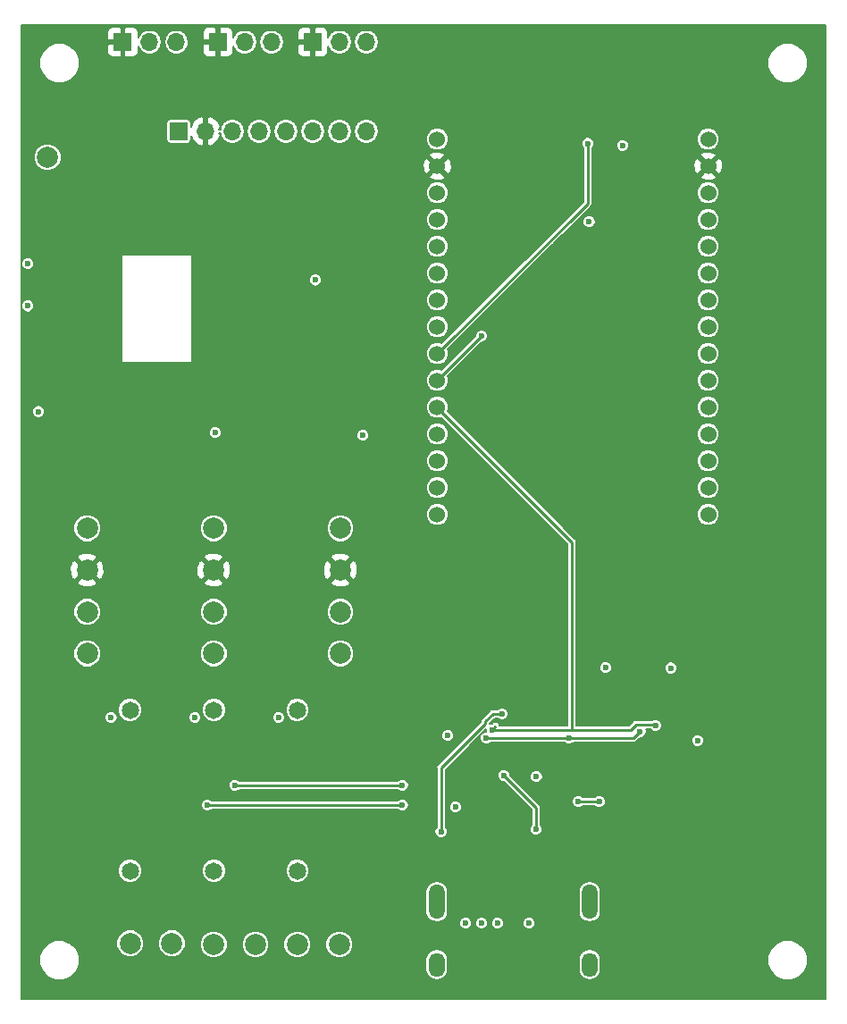
<source format=gbl>
G04 #@! TF.GenerationSoftware,KiCad,Pcbnew,(5.0.0)*
G04 #@! TF.CreationDate,2018-12-16T10:52:04+01:00*
G04 #@! TF.ProjectId,ODMeter,4F444D657465722E6B696361645F7063,rev?*
G04 #@! TF.SameCoordinates,Original*
G04 #@! TF.FileFunction,Copper,L4,Bot,Signal*
G04 #@! TF.FilePolarity,Positive*
%FSLAX46Y46*%
G04 Gerber Fmt 4.6, Leading zero omitted, Abs format (unit mm)*
G04 Created by KiCad (PCBNEW (5.0.0)) date 12/16/18 10:52:04*
%MOMM*%
%LPD*%
G01*
G04 APERTURE LIST*
G04 #@! TA.AperFunction,ComponentPad*
%ADD10C,0.400000*%
G04 #@! TD*
G04 #@! TA.AperFunction,ComponentPad*
%ADD11C,2.000000*%
G04 #@! TD*
G04 #@! TA.AperFunction,ComponentPad*
%ADD12C,1.524000*%
G04 #@! TD*
G04 #@! TA.AperFunction,ComponentPad*
%ADD13O,1.500000X2.300000*%
G04 #@! TD*
G04 #@! TA.AperFunction,ComponentPad*
%ADD14O,1.500000X3.300000*%
G04 #@! TD*
G04 #@! TA.AperFunction,ComponentPad*
%ADD15O,1.700000X1.700000*%
G04 #@! TD*
G04 #@! TA.AperFunction,ComponentPad*
%ADD16R,1.700000X1.700000*%
G04 #@! TD*
G04 #@! TA.AperFunction,ComponentPad*
%ADD17C,1.650000*%
G04 #@! TD*
G04 #@! TA.AperFunction,ViaPad*
%ADD18C,0.600000*%
G04 #@! TD*
G04 #@! TA.AperFunction,Conductor*
%ADD19C,0.250000*%
G04 #@! TD*
G04 #@! TA.AperFunction,Conductor*
%ADD20C,0.200000*%
G04 #@! TD*
G04 APERTURE END LIST*
D10*
G04 #@! TO.P,U6,9*
G04 #@! TO.N,GND*
X93400000Y-91000000D03*
X93400000Y-89700000D03*
X92100000Y-89700000D03*
X92100000Y-91000000D03*
G04 #@! TD*
G04 #@! TO.P,U4,9*
G04 #@! TO.N,GND*
X75900000Y-89000000D03*
X75900000Y-90300000D03*
X77200000Y-90300000D03*
X77200000Y-89000000D03*
G04 #@! TD*
D11*
G04 #@! TO.P,J20,1*
G04 #@! TO.N,/12V*
X70870000Y-64900000D03*
G04 #@! TO.P,J20,2*
G04 #@! TO.N,GND*
X74830000Y-64900000D03*
G04 #@! TD*
D12*
G04 #@! TO.P,U3,1*
G04 #@! TO.N,N/C*
X133470000Y-98770000D03*
G04 #@! TO.P,U3,2*
X133470000Y-96230000D03*
G04 #@! TO.P,U3,3*
X133470000Y-93690000D03*
G04 #@! TO.P,U3,4*
G04 #@! TO.N,/LED_R*
X133470000Y-91150000D03*
G04 #@! TO.P,U3,5*
G04 #@! TO.N,/LED_G*
X133470000Y-88610000D03*
G04 #@! TO.P,U3,6*
G04 #@! TO.N,/LED_B*
X133470000Y-86070000D03*
G04 #@! TO.P,U3,7*
G04 #@! TO.N,/PWM_X*
X133470000Y-83530000D03*
G04 #@! TO.P,U3,8*
G04 #@! TO.N,/DIR_X*
X133470000Y-80990000D03*
G04 #@! TO.P,U3,9*
G04 #@! TO.N,/PWM_Y*
X133470000Y-78450000D03*
G04 #@! TO.P,U3,10*
G04 #@! TO.N,/DIR_Y*
X133470000Y-75910000D03*
G04 #@! TO.P,U3,11*
G04 #@! TO.N,/PWM_Z*
X133470000Y-73370000D03*
G04 #@! TO.P,U3,12*
G04 #@! TO.N,/DIR_Z*
X133470000Y-70830000D03*
G04 #@! TO.P,U3,13*
G04 #@! TO.N,/Alert*
X133470000Y-68290000D03*
G04 #@! TO.P,U3,14*
G04 #@! TO.N,GND*
X133470000Y-65750000D03*
G04 #@! TO.P,U3,15*
G04 #@! TO.N,/5V_b*
X133470000Y-63210000D03*
G04 #@! TO.P,U3,16*
G04 #@! TO.N,/3V3*
X107800000Y-63210000D03*
G04 #@! TO.P,U3,17*
G04 #@! TO.N,GND*
X107800000Y-65750000D03*
G04 #@! TO.P,U3,18*
G04 #@! TO.N,/CS2*
X107800000Y-68290000D03*
G04 #@! TO.P,U3,19*
G04 #@! TO.N,/INT*
X107800000Y-70830000D03*
G04 #@! TO.P,U3,20*
G04 #@! TO.N,/RST*
X107800000Y-73370000D03*
G04 #@! TO.P,U3,21*
G04 #@! TO.N,N/C*
X107800000Y-75910000D03*
G04 #@! TO.P,U3,22*
X107800000Y-78450000D03*
G04 #@! TO.P,U3,23*
G04 #@! TO.N,/CS*
X107800000Y-80990000D03*
G04 #@! TO.P,U3,24*
G04 #@! TO.N,/SCK*
X107800000Y-83530000D03*
G04 #@! TO.P,U3,25*
G04 #@! TO.N,/MISO*
X107800000Y-86070000D03*
G04 #@! TO.P,U3,26*
G04 #@! TO.N,/SDA*
X107800000Y-88610000D03*
G04 #@! TO.P,U3,27*
G04 #@! TO.N,N/C*
X107800000Y-91150000D03*
G04 #@! TO.P,U3,28*
X107800000Y-93690000D03*
G04 #@! TO.P,U3,29*
G04 #@! TO.N,/SCL*
X107800000Y-96230000D03*
G04 #@! TO.P,U3,30*
G04 #@! TO.N,/MOSI*
X107800000Y-98770000D03*
G04 #@! TD*
D13*
G04 #@! TO.P,J11,e*
G04 #@! TO.N,N/C*
X122250000Y-141410000D03*
X107750000Y-141410000D03*
D14*
X122250000Y-135450000D03*
X107750000Y-135450000D03*
G04 #@! TD*
D11*
G04 #@! TO.P,J9,6*
G04 #@! TO.N,/I_sense1*
X78700000Y-139400000D03*
G04 #@! TO.P,J9,2*
G04 #@! TO.N,/I_sense3*
X94540000Y-139500000D03*
G04 #@! TO.P,J9,1*
G04 #@! TO.N,/I3_B*
X98500000Y-139500000D03*
G04 #@! TO.P,J9,3*
G04 #@! TO.N,/I2_B*
X90580000Y-139500000D03*
G04 #@! TO.P,J9,4*
G04 #@! TO.N,/I_sense2*
X86620000Y-139500000D03*
G04 #@! TO.P,J9,5*
G04 #@! TO.N,/I1_B*
X82660000Y-139400000D03*
G04 #@! TD*
D15*
G04 #@! TO.P,J3,8*
G04 #@! TO.N,/INT*
X101080000Y-62450000D03*
G04 #@! TO.P,J3,7*
G04 #@! TO.N,/RST*
X98540000Y-62450000D03*
G04 #@! TO.P,J3,6*
G04 #@! TO.N,/CS*
X96000000Y-62450000D03*
G04 #@! TO.P,J3,5*
G04 #@! TO.N,/SCK*
X93460000Y-62450000D03*
G04 #@! TO.P,J3,4*
G04 #@! TO.N,/MISO*
X90920000Y-62450000D03*
G04 #@! TO.P,J3,3*
G04 #@! TO.N,/MOSI*
X88380000Y-62450000D03*
G04 #@! TO.P,J3,2*
G04 #@! TO.N,GND*
X85840000Y-62450000D03*
D16*
G04 #@! TO.P,J3,1*
G04 #@! TO.N,/5V_b*
X83300000Y-62450000D03*
G04 #@! TD*
D17*
G04 #@! TO.P,R6,1*
G04 #@! TO.N,/I_sense1*
X78700000Y-132520000D03*
G04 #@! TO.P,R6,2*
G04 #@! TO.N,/I1_A*
X78700000Y-117280000D03*
G04 #@! TD*
D15*
G04 #@! TO.P,J2,3*
G04 #@! TO.N,/DIR_X*
X83080000Y-54000000D03*
G04 #@! TO.P,J2,2*
G04 #@! TO.N,/PWM_X*
X80540000Y-54000000D03*
D16*
G04 #@! TO.P,J2,1*
G04 #@! TO.N,GND*
X78000000Y-54000000D03*
G04 #@! TD*
D11*
G04 #@! TO.P,J14,2*
G04 #@! TO.N,/I1_A*
X74620000Y-107980000D03*
G04 #@! TO.P,J14,1*
G04 #@! TO.N,/I1_B*
X74620000Y-111940000D03*
G04 #@! TO.P,J14,3*
G04 #@! TO.N,GND*
X74620000Y-104020000D03*
G04 #@! TO.P,J14,4*
G04 #@! TO.N,/12V*
X74620000Y-100060000D03*
G04 #@! TD*
D17*
G04 #@! TO.P,R16,1*
G04 #@! TO.N,/I_sense2*
X86620000Y-132520000D03*
G04 #@! TO.P,R16,2*
G04 #@! TO.N,/I2_A*
X86620000Y-117280000D03*
G04 #@! TD*
G04 #@! TO.P,R23,1*
G04 #@! TO.N,/I_sense3*
X94540000Y-132520000D03*
G04 #@! TO.P,R23,2*
G04 #@! TO.N,/I3_A*
X94540000Y-117280000D03*
G04 #@! TD*
D15*
G04 #@! TO.P,J4,3*
G04 #@! TO.N,/DIR_Y*
X92080000Y-54000000D03*
G04 #@! TO.P,J4,2*
G04 #@! TO.N,/PWM_Y*
X89540000Y-54000000D03*
D16*
G04 #@! TO.P,J4,1*
G04 #@! TO.N,GND*
X87000000Y-54000000D03*
G04 #@! TD*
D15*
G04 #@! TO.P,J6,3*
G04 #@! TO.N,/DIR_Z*
X101080000Y-54000000D03*
G04 #@! TO.P,J6,2*
G04 #@! TO.N,/PWM_Z*
X98540000Y-54000000D03*
D16*
G04 #@! TO.P,J6,1*
G04 #@! TO.N,GND*
X96000000Y-54000000D03*
G04 #@! TD*
D11*
G04 #@! TO.P,J18,2*
G04 #@! TO.N,/I2_A*
X86620000Y-107980000D03*
G04 #@! TO.P,J18,1*
G04 #@! TO.N,/I2_B*
X86620000Y-111940000D03*
G04 #@! TO.P,J18,3*
G04 #@! TO.N,GND*
X86620000Y-104020000D03*
G04 #@! TO.P,J18,4*
G04 #@! TO.N,/12V*
X86620000Y-100060000D03*
G04 #@! TD*
G04 #@! TO.P,J19,2*
G04 #@! TO.N,/I3_A*
X98620000Y-107980000D03*
G04 #@! TO.P,J19,1*
G04 #@! TO.N,/I3_B*
X98620000Y-111940000D03*
G04 #@! TO.P,J19,3*
G04 #@! TO.N,GND*
X98620000Y-104020000D03*
G04 #@! TO.P,J19,4*
G04 #@! TO.N,/12V*
X98620000Y-100060000D03*
G04 #@! TD*
D18*
G04 #@! TO.N,GND*
X98625000Y-125300000D03*
X111175000Y-122800000D03*
X106625000Y-116250000D03*
X109500000Y-113200000D03*
X112675000Y-125500000D03*
X119275000Y-121975000D03*
X121750000Y-117600000D03*
X117950000Y-112150000D03*
X115050000Y-137475000D03*
X109850000Y-132225000D03*
X126850000Y-125275000D03*
X104675000Y-114225000D03*
X98200000Y-116125000D03*
X96650000Y-114025000D03*
X92100000Y-114350000D03*
X90775000Y-111325000D03*
X94750000Y-108925000D03*
X89825000Y-107525000D03*
X95075000Y-105225000D03*
X89550000Y-103775000D03*
X92850000Y-102500000D03*
X95450000Y-101175000D03*
X90775000Y-99875000D03*
X93775000Y-98700000D03*
X82825000Y-99975000D03*
X78250000Y-100275000D03*
X80775000Y-103500000D03*
X77700000Y-105250000D03*
X81000000Y-108200000D03*
X81275000Y-112550000D03*
X81775000Y-117125000D03*
X71900000Y-116425000D03*
X76900000Y-115025000D03*
X71000000Y-111775000D03*
X72150000Y-126400000D03*
X74375000Y-133275000D03*
X70200000Y-137400000D03*
X74550000Y-139850000D03*
X81200000Y-142225000D03*
X89250000Y-142325000D03*
X96975000Y-142050000D03*
X96975000Y-137925000D03*
X92500000Y-137750000D03*
X88650000Y-137750000D03*
X84725000Y-137650000D03*
X80600000Y-137600000D03*
X80650000Y-133575000D03*
X103750000Y-138700000D03*
X104600000Y-144100000D03*
X113425000Y-142800000D03*
X117825000Y-140725000D03*
X125100000Y-138500000D03*
X128075000Y-136175000D03*
X112325000Y-104425000D03*
X123100000Y-106325000D03*
X126625000Y-104225000D03*
X131150000Y-101600000D03*
X121025000Y-98900000D03*
X115400000Y-94675000D03*
X112325000Y-98400000D03*
X102400000Y-80700000D03*
X98925000Y-80075000D03*
X101950000Y-74350000D03*
X97400000Y-70525000D03*
X95050000Y-67350000D03*
X90025000Y-66525000D03*
X85550000Y-69600000D03*
X83700000Y-66750000D03*
X86525000Y-65550000D03*
X78525000Y-63725000D03*
X78850000Y-67725000D03*
X78525000Y-71400000D03*
X73300000Y-71750000D03*
X69875000Y-72225000D03*
X72600000Y-74850000D03*
X69975000Y-77250000D03*
X72500000Y-78625000D03*
X79175000Y-57875000D03*
X83850000Y-59150000D03*
X90050000Y-58850000D03*
X98400000Y-58750000D03*
X102900000Y-58750000D03*
X107625000Y-59175000D03*
X121225000Y-54050000D03*
X126950000Y-53875000D03*
X130425000Y-56900000D03*
X133550000Y-58000000D03*
X113125000Y-66050000D03*
X134425000Y-131850000D03*
X133225000Y-137850000D03*
X140575000Y-84775000D03*
X140300000Y-73450000D03*
X141100000Y-65400000D03*
X138050000Y-60100000D03*
X137650000Y-69675000D03*
X143150000Y-69575000D03*
X137950000Y-79175000D03*
X143150000Y-78050000D03*
X143250000Y-89150000D03*
X142625000Y-98650000D03*
X142950000Y-105675000D03*
X142225000Y-113525000D03*
X133675000Y-108925000D03*
X142475000Y-122275000D03*
X138450000Y-126675000D03*
X142375000Y-130725000D03*
X139175000Y-134500000D03*
X143225000Y-136100000D03*
X129650000Y-141725000D03*
X135150000Y-141600000D03*
X135625000Y-135000000D03*
X127250000Y-94500000D03*
X74450000Y-60225000D03*
X69675000Y-60225000D03*
X70650000Y-98875000D03*
X69600000Y-121075000D03*
X69950000Y-130775000D03*
X122600000Y-123700000D03*
X124300000Y-122000000D03*
X102175000Y-130150000D03*
X115775000Y-123550000D03*
X112825000Y-53349990D03*
X119825000Y-90450000D03*
X125075000Y-88375000D03*
X118425000Y-82225000D03*
X126475000Y-81150000D03*
X113100000Y-73025000D03*
X117425000Y-75225000D03*
X121150000Y-72500000D03*
X126250000Y-72350000D03*
X124950000Y-73850000D03*
X120750000Y-66975000D03*
X120900000Y-64625000D03*
X129375000Y-67850000D03*
X128125000Y-69325000D03*
X126025000Y-69925000D03*
X127600000Y-63550000D03*
X126100000Y-57800000D03*
X112750000Y-58825000D03*
X115100000Y-87400000D03*
X117275000Y-102550000D03*
G04 #@! TO.N,Net-(R3-Pad1)*
X86000000Y-126300000D03*
X104500002Y-126300000D03*
G04 #@! TO.N,Net-(R13-Pad1)*
X88600000Y-124400000D03*
X104500000Y-124400000D03*
G04 #@! TO.N,/SCL*
X127025000Y-119324998D03*
X112450000Y-119924998D03*
X120275000Y-119924998D03*
G04 #@! TO.N,/SDA*
X128479441Y-118754441D03*
X113000000Y-119150000D03*
G04 #@! TO.N,/Ain2*
X121175000Y-125950000D03*
X123136941Y-125986941D03*
G04 #@! TO.N,/3V3*
X108800000Y-119700000D03*
X84850000Y-118000000D03*
X76900000Y-118000000D03*
X92750000Y-118000000D03*
X117200000Y-123600000D03*
X123750000Y-113275000D03*
X129925000Y-113300000D03*
X132475000Y-120175000D03*
X109525000Y-126475000D03*
X69000000Y-79000000D03*
X122200000Y-71025000D03*
G04 #@! TO.N,/A4*
X113950000Y-117650000D03*
X108150000Y-128800000D03*
G04 #@! TO.N,/Ain7*
X117150000Y-128600000D03*
X114100000Y-123475000D03*
G04 #@! TO.N,/5V_b*
X96250000Y-76550000D03*
G04 #@! TO.N,/12V*
X69000000Y-75000000D03*
X70000000Y-89000000D03*
X86750000Y-91000000D03*
G04 #@! TO.N,/5V_a*
X100750000Y-91250000D03*
X110500000Y-137500000D03*
X112000000Y-137500000D03*
X113500000Y-137500000D03*
X116500000Y-137500000D03*
G04 #@! TO.N,/SCK*
X122050000Y-63600002D03*
G04 #@! TO.N,/MISO*
X112000000Y-81850000D03*
G04 #@! TO.N,/CS2*
X125350000Y-63800000D03*
G04 #@! TD*
D19*
G04 #@! TO.N,Net-(R3-Pad1)*
X86000000Y-126300000D02*
X104500002Y-126300000D01*
G04 #@! TO.N,Net-(R13-Pad1)*
X88600000Y-124400000D02*
X89024264Y-124400000D01*
X89024264Y-124400000D02*
X104500000Y-124400000D01*
G04 #@! TO.N,/SCL*
X127025000Y-119324998D02*
X126425000Y-119924998D01*
X112874264Y-119924998D02*
X112450000Y-119924998D01*
X126425000Y-119924998D02*
X120275000Y-119924998D01*
X120275000Y-119924998D02*
X112874264Y-119924998D01*
G04 #@! TO.N,/SDA*
X113299999Y-118850001D02*
X113000000Y-119150000D01*
X128375000Y-118650000D02*
X128479441Y-118754441D01*
X126650000Y-118650000D02*
X128375000Y-118650000D01*
X126150000Y-119150000D02*
X126650000Y-118650000D01*
X113000000Y-119150000D02*
X120550000Y-119150000D01*
X120550000Y-119150000D02*
X126150000Y-119150000D01*
X120550000Y-101360000D02*
X107800000Y-88610000D01*
X120550000Y-119150000D02*
X120550000Y-101360000D01*
G04 #@! TO.N,/Ain2*
X123100000Y-125950000D02*
X123136941Y-125986941D01*
X121175000Y-125950000D02*
X123136941Y-125986941D01*
G04 #@! TO.N,/A4*
X108150000Y-122775000D02*
X108150000Y-128375736D01*
X113950000Y-117650000D02*
X113074998Y-117650000D01*
X112349999Y-118374999D02*
X112349999Y-118575001D01*
X112349999Y-118575001D02*
X108150000Y-122775000D01*
X108150000Y-128375736D02*
X108150000Y-128800000D01*
X113074998Y-117650000D02*
X112349999Y-118374999D01*
G04 #@! TO.N,/Ain7*
X114399999Y-123774999D02*
X114100000Y-123475000D01*
X117150000Y-126525000D02*
X114399999Y-123774999D01*
X117150000Y-128600000D02*
X117150000Y-126525000D01*
G04 #@! TO.N,/SCK*
X107800000Y-83530000D02*
X122050000Y-69280000D01*
X122050000Y-69280000D02*
X122050000Y-64024266D01*
X122050000Y-64024266D02*
X122050000Y-63600002D01*
G04 #@! TO.N,/MISO*
X107800000Y-86050000D02*
X107800000Y-86070000D01*
X112000000Y-81850000D02*
X107800000Y-86050000D01*
G04 #@! TD*
D20*
G04 #@! TO.N,GND*
G36*
X144625001Y-144625000D02*
X68375000Y-144625000D01*
X68375000Y-140622067D01*
X70100000Y-140622067D01*
X70100000Y-141377933D01*
X70389258Y-142076263D01*
X70923737Y-142610742D01*
X71622067Y-142900000D01*
X72377933Y-142900000D01*
X73076263Y-142610742D01*
X73610742Y-142076263D01*
X73900000Y-141377933D01*
X73900000Y-140906588D01*
X106700000Y-140906588D01*
X106700000Y-141913413D01*
X106760923Y-142219689D01*
X106992994Y-142567007D01*
X107340312Y-142799078D01*
X107750000Y-142880570D01*
X108159689Y-142799078D01*
X108507007Y-142567007D01*
X108739078Y-142219689D01*
X108800000Y-141913412D01*
X108800000Y-140906588D01*
X121200000Y-140906588D01*
X121200000Y-141913413D01*
X121260923Y-142219689D01*
X121492994Y-142567007D01*
X121840312Y-142799078D01*
X122250000Y-142880570D01*
X122659689Y-142799078D01*
X123007007Y-142567007D01*
X123239078Y-142219689D01*
X123300000Y-141913412D01*
X123300000Y-140906587D01*
X123243406Y-140622067D01*
X139100000Y-140622067D01*
X139100000Y-141377933D01*
X139389258Y-142076263D01*
X139923737Y-142610742D01*
X140622067Y-142900000D01*
X141377933Y-142900000D01*
X142076263Y-142610742D01*
X142610742Y-142076263D01*
X142900000Y-141377933D01*
X142900000Y-140622067D01*
X142610742Y-139923737D01*
X142076263Y-139389258D01*
X141377933Y-139100000D01*
X140622067Y-139100000D01*
X139923737Y-139389258D01*
X139389258Y-139923737D01*
X139100000Y-140622067D01*
X123243406Y-140622067D01*
X123239078Y-140600311D01*
X123007007Y-140252993D01*
X122659688Y-140020922D01*
X122250000Y-139939430D01*
X121840311Y-140020922D01*
X121492993Y-140252993D01*
X121260922Y-140600312D01*
X121200000Y-140906588D01*
X108800000Y-140906588D01*
X108800000Y-140906587D01*
X108739078Y-140600311D01*
X108507007Y-140252993D01*
X108159688Y-140020922D01*
X107750000Y-139939430D01*
X107340311Y-140020922D01*
X106992993Y-140252993D01*
X106760922Y-140600312D01*
X106700000Y-140906588D01*
X73900000Y-140906588D01*
X73900000Y-140622067D01*
X73610742Y-139923737D01*
X73076263Y-139389258D01*
X72477916Y-139141414D01*
X77400000Y-139141414D01*
X77400000Y-139658586D01*
X77597913Y-140136391D01*
X77963609Y-140502087D01*
X78441414Y-140700000D01*
X78958586Y-140700000D01*
X79436391Y-140502087D01*
X79802087Y-140136391D01*
X80000000Y-139658586D01*
X80000000Y-139141414D01*
X81360000Y-139141414D01*
X81360000Y-139658586D01*
X81557913Y-140136391D01*
X81923609Y-140502087D01*
X82401414Y-140700000D01*
X82918586Y-140700000D01*
X83396391Y-140502087D01*
X83762087Y-140136391D01*
X83960000Y-139658586D01*
X83960000Y-139241414D01*
X85320000Y-139241414D01*
X85320000Y-139758586D01*
X85517913Y-140236391D01*
X85883609Y-140602087D01*
X86361414Y-140800000D01*
X86878586Y-140800000D01*
X87356391Y-140602087D01*
X87722087Y-140236391D01*
X87920000Y-139758586D01*
X87920000Y-139241414D01*
X89280000Y-139241414D01*
X89280000Y-139758586D01*
X89477913Y-140236391D01*
X89843609Y-140602087D01*
X90321414Y-140800000D01*
X90838586Y-140800000D01*
X91316391Y-140602087D01*
X91682087Y-140236391D01*
X91880000Y-139758586D01*
X91880000Y-139241414D01*
X93240000Y-139241414D01*
X93240000Y-139758586D01*
X93437913Y-140236391D01*
X93803609Y-140602087D01*
X94281414Y-140800000D01*
X94798586Y-140800000D01*
X95276391Y-140602087D01*
X95642087Y-140236391D01*
X95840000Y-139758586D01*
X95840000Y-139241414D01*
X97200000Y-139241414D01*
X97200000Y-139758586D01*
X97397913Y-140236391D01*
X97763609Y-140602087D01*
X98241414Y-140800000D01*
X98758586Y-140800000D01*
X99236391Y-140602087D01*
X99602087Y-140236391D01*
X99800000Y-139758586D01*
X99800000Y-139241414D01*
X99602087Y-138763609D01*
X99236391Y-138397913D01*
X98758586Y-138200000D01*
X98241414Y-138200000D01*
X97763609Y-138397913D01*
X97397913Y-138763609D01*
X97200000Y-139241414D01*
X95840000Y-139241414D01*
X95642087Y-138763609D01*
X95276391Y-138397913D01*
X94798586Y-138200000D01*
X94281414Y-138200000D01*
X93803609Y-138397913D01*
X93437913Y-138763609D01*
X93240000Y-139241414D01*
X91880000Y-139241414D01*
X91682087Y-138763609D01*
X91316391Y-138397913D01*
X90838586Y-138200000D01*
X90321414Y-138200000D01*
X89843609Y-138397913D01*
X89477913Y-138763609D01*
X89280000Y-139241414D01*
X87920000Y-139241414D01*
X87722087Y-138763609D01*
X87356391Y-138397913D01*
X86878586Y-138200000D01*
X86361414Y-138200000D01*
X85883609Y-138397913D01*
X85517913Y-138763609D01*
X85320000Y-139241414D01*
X83960000Y-139241414D01*
X83960000Y-139141414D01*
X83762087Y-138663609D01*
X83396391Y-138297913D01*
X82918586Y-138100000D01*
X82401414Y-138100000D01*
X81923609Y-138297913D01*
X81557913Y-138663609D01*
X81360000Y-139141414D01*
X80000000Y-139141414D01*
X79802087Y-138663609D01*
X79436391Y-138297913D01*
X78958586Y-138100000D01*
X78441414Y-138100000D01*
X77963609Y-138297913D01*
X77597913Y-138663609D01*
X77400000Y-139141414D01*
X72477916Y-139141414D01*
X72377933Y-139100000D01*
X71622067Y-139100000D01*
X70923737Y-139389258D01*
X70389258Y-139923737D01*
X70100000Y-140622067D01*
X68375000Y-140622067D01*
X68375000Y-134446588D01*
X106700000Y-134446588D01*
X106700001Y-136453413D01*
X106760923Y-136759689D01*
X106992994Y-137107007D01*
X107340312Y-137339078D01*
X107750000Y-137420570D01*
X107950676Y-137380653D01*
X109900000Y-137380653D01*
X109900000Y-137619347D01*
X109991344Y-137839873D01*
X110160127Y-138008656D01*
X110380653Y-138100000D01*
X110619347Y-138100000D01*
X110839873Y-138008656D01*
X111008656Y-137839873D01*
X111100000Y-137619347D01*
X111100000Y-137380653D01*
X111400000Y-137380653D01*
X111400000Y-137619347D01*
X111491344Y-137839873D01*
X111660127Y-138008656D01*
X111880653Y-138100000D01*
X112119347Y-138100000D01*
X112339873Y-138008656D01*
X112508656Y-137839873D01*
X112600000Y-137619347D01*
X112600000Y-137380653D01*
X112900000Y-137380653D01*
X112900000Y-137619347D01*
X112991344Y-137839873D01*
X113160127Y-138008656D01*
X113380653Y-138100000D01*
X113619347Y-138100000D01*
X113839873Y-138008656D01*
X114008656Y-137839873D01*
X114100000Y-137619347D01*
X114100000Y-137380653D01*
X115900000Y-137380653D01*
X115900000Y-137619347D01*
X115991344Y-137839873D01*
X116160127Y-138008656D01*
X116380653Y-138100000D01*
X116619347Y-138100000D01*
X116839873Y-138008656D01*
X117008656Y-137839873D01*
X117100000Y-137619347D01*
X117100000Y-137380653D01*
X117008656Y-137160127D01*
X116839873Y-136991344D01*
X116619347Y-136900000D01*
X116380653Y-136900000D01*
X116160127Y-136991344D01*
X115991344Y-137160127D01*
X115900000Y-137380653D01*
X114100000Y-137380653D01*
X114008656Y-137160127D01*
X113839873Y-136991344D01*
X113619347Y-136900000D01*
X113380653Y-136900000D01*
X113160127Y-136991344D01*
X112991344Y-137160127D01*
X112900000Y-137380653D01*
X112600000Y-137380653D01*
X112508656Y-137160127D01*
X112339873Y-136991344D01*
X112119347Y-136900000D01*
X111880653Y-136900000D01*
X111660127Y-136991344D01*
X111491344Y-137160127D01*
X111400000Y-137380653D01*
X111100000Y-137380653D01*
X111008656Y-137160127D01*
X110839873Y-136991344D01*
X110619347Y-136900000D01*
X110380653Y-136900000D01*
X110160127Y-136991344D01*
X109991344Y-137160127D01*
X109900000Y-137380653D01*
X107950676Y-137380653D01*
X108159689Y-137339078D01*
X108507007Y-137107007D01*
X108739078Y-136759689D01*
X108800000Y-136453413D01*
X108800000Y-134446588D01*
X121200000Y-134446588D01*
X121200001Y-136453413D01*
X121260923Y-136759689D01*
X121492994Y-137107007D01*
X121840312Y-137339078D01*
X122250000Y-137420570D01*
X122659689Y-137339078D01*
X123007007Y-137107007D01*
X123239078Y-136759689D01*
X123300000Y-136453413D01*
X123300000Y-134446587D01*
X123239078Y-134140311D01*
X123007007Y-133792993D01*
X122659688Y-133560922D01*
X122250000Y-133479430D01*
X121840311Y-133560922D01*
X121492993Y-133792993D01*
X121260922Y-134140312D01*
X121200000Y-134446588D01*
X108800000Y-134446588D01*
X108800000Y-134446587D01*
X108739078Y-134140311D01*
X108507007Y-133792993D01*
X108159688Y-133560922D01*
X107750000Y-133479430D01*
X107340311Y-133560922D01*
X106992993Y-133792993D01*
X106760922Y-134140312D01*
X106700000Y-134446588D01*
X68375000Y-134446588D01*
X68375000Y-132296224D01*
X77575000Y-132296224D01*
X77575000Y-132743776D01*
X77746271Y-133157261D01*
X78062739Y-133473729D01*
X78476224Y-133645000D01*
X78923776Y-133645000D01*
X79337261Y-133473729D01*
X79653729Y-133157261D01*
X79825000Y-132743776D01*
X79825000Y-132296224D01*
X85495000Y-132296224D01*
X85495000Y-132743776D01*
X85666271Y-133157261D01*
X85982739Y-133473729D01*
X86396224Y-133645000D01*
X86843776Y-133645000D01*
X87257261Y-133473729D01*
X87573729Y-133157261D01*
X87745000Y-132743776D01*
X87745000Y-132296224D01*
X93415000Y-132296224D01*
X93415000Y-132743776D01*
X93586271Y-133157261D01*
X93902739Y-133473729D01*
X94316224Y-133645000D01*
X94763776Y-133645000D01*
X95177261Y-133473729D01*
X95493729Y-133157261D01*
X95665000Y-132743776D01*
X95665000Y-132296224D01*
X95493729Y-131882739D01*
X95177261Y-131566271D01*
X94763776Y-131395000D01*
X94316224Y-131395000D01*
X93902739Y-131566271D01*
X93586271Y-131882739D01*
X93415000Y-132296224D01*
X87745000Y-132296224D01*
X87573729Y-131882739D01*
X87257261Y-131566271D01*
X86843776Y-131395000D01*
X86396224Y-131395000D01*
X85982739Y-131566271D01*
X85666271Y-131882739D01*
X85495000Y-132296224D01*
X79825000Y-132296224D01*
X79653729Y-131882739D01*
X79337261Y-131566271D01*
X78923776Y-131395000D01*
X78476224Y-131395000D01*
X78062739Y-131566271D01*
X77746271Y-131882739D01*
X77575000Y-132296224D01*
X68375000Y-132296224D01*
X68375000Y-126180653D01*
X85400000Y-126180653D01*
X85400000Y-126419347D01*
X85491344Y-126639873D01*
X85660127Y-126808656D01*
X85880653Y-126900000D01*
X86119347Y-126900000D01*
X86339873Y-126808656D01*
X86423529Y-126725000D01*
X104076473Y-126725000D01*
X104160129Y-126808656D01*
X104380655Y-126900000D01*
X104619349Y-126900000D01*
X104839875Y-126808656D01*
X105008658Y-126639873D01*
X105100002Y-126419347D01*
X105100002Y-126180653D01*
X105008658Y-125960127D01*
X104839875Y-125791344D01*
X104619349Y-125700000D01*
X104380655Y-125700000D01*
X104160129Y-125791344D01*
X104076473Y-125875000D01*
X86423529Y-125875000D01*
X86339873Y-125791344D01*
X86119347Y-125700000D01*
X85880653Y-125700000D01*
X85660127Y-125791344D01*
X85491344Y-125960127D01*
X85400000Y-126180653D01*
X68375000Y-126180653D01*
X68375000Y-124280653D01*
X88000000Y-124280653D01*
X88000000Y-124519347D01*
X88091344Y-124739873D01*
X88260127Y-124908656D01*
X88480653Y-125000000D01*
X88719347Y-125000000D01*
X88939873Y-124908656D01*
X89023529Y-124825000D01*
X104076471Y-124825000D01*
X104160127Y-124908656D01*
X104380653Y-125000000D01*
X104619347Y-125000000D01*
X104839873Y-124908656D01*
X105008656Y-124739873D01*
X105100000Y-124519347D01*
X105100000Y-124280653D01*
X105008656Y-124060127D01*
X104839873Y-123891344D01*
X104619347Y-123800000D01*
X104380653Y-123800000D01*
X104160127Y-123891344D01*
X104076471Y-123975000D01*
X89023529Y-123975000D01*
X88939873Y-123891344D01*
X88719347Y-123800000D01*
X88480653Y-123800000D01*
X88260127Y-123891344D01*
X88091344Y-124060127D01*
X88000000Y-124280653D01*
X68375000Y-124280653D01*
X68375000Y-119580653D01*
X108200000Y-119580653D01*
X108200000Y-119819347D01*
X108291344Y-120039873D01*
X108460127Y-120208656D01*
X108680653Y-120300000D01*
X108919347Y-120300000D01*
X109139873Y-120208656D01*
X109308656Y-120039873D01*
X109400000Y-119819347D01*
X109400000Y-119580653D01*
X109308656Y-119360127D01*
X109139873Y-119191344D01*
X108919347Y-119100000D01*
X108680653Y-119100000D01*
X108460127Y-119191344D01*
X108291344Y-119360127D01*
X108200000Y-119580653D01*
X68375000Y-119580653D01*
X68375000Y-117880653D01*
X76300000Y-117880653D01*
X76300000Y-118119347D01*
X76391344Y-118339873D01*
X76560127Y-118508656D01*
X76780653Y-118600000D01*
X77019347Y-118600000D01*
X77239873Y-118508656D01*
X77408656Y-118339873D01*
X77500000Y-118119347D01*
X77500000Y-117880653D01*
X77408656Y-117660127D01*
X77239873Y-117491344D01*
X77019347Y-117400000D01*
X76780653Y-117400000D01*
X76560127Y-117491344D01*
X76391344Y-117660127D01*
X76300000Y-117880653D01*
X68375000Y-117880653D01*
X68375000Y-117056224D01*
X77575000Y-117056224D01*
X77575000Y-117503776D01*
X77746271Y-117917261D01*
X78062739Y-118233729D01*
X78476224Y-118405000D01*
X78923776Y-118405000D01*
X79337261Y-118233729D01*
X79653729Y-117917261D01*
X79668892Y-117880653D01*
X84250000Y-117880653D01*
X84250000Y-118119347D01*
X84341344Y-118339873D01*
X84510127Y-118508656D01*
X84730653Y-118600000D01*
X84969347Y-118600000D01*
X85189873Y-118508656D01*
X85358656Y-118339873D01*
X85450000Y-118119347D01*
X85450000Y-117880653D01*
X85358656Y-117660127D01*
X85189873Y-117491344D01*
X84969347Y-117400000D01*
X84730653Y-117400000D01*
X84510127Y-117491344D01*
X84341344Y-117660127D01*
X84250000Y-117880653D01*
X79668892Y-117880653D01*
X79825000Y-117503776D01*
X79825000Y-117056224D01*
X85495000Y-117056224D01*
X85495000Y-117503776D01*
X85666271Y-117917261D01*
X85982739Y-118233729D01*
X86396224Y-118405000D01*
X86843776Y-118405000D01*
X87257261Y-118233729D01*
X87573729Y-117917261D01*
X87588892Y-117880653D01*
X92150000Y-117880653D01*
X92150000Y-118119347D01*
X92241344Y-118339873D01*
X92410127Y-118508656D01*
X92630653Y-118600000D01*
X92869347Y-118600000D01*
X93089873Y-118508656D01*
X93258656Y-118339873D01*
X93350000Y-118119347D01*
X93350000Y-117880653D01*
X93258656Y-117660127D01*
X93089873Y-117491344D01*
X92869347Y-117400000D01*
X92630653Y-117400000D01*
X92410127Y-117491344D01*
X92241344Y-117660127D01*
X92150000Y-117880653D01*
X87588892Y-117880653D01*
X87745000Y-117503776D01*
X87745000Y-117056224D01*
X93415000Y-117056224D01*
X93415000Y-117503776D01*
X93586271Y-117917261D01*
X93902739Y-118233729D01*
X94316224Y-118405000D01*
X94763776Y-118405000D01*
X95177261Y-118233729D01*
X95493729Y-117917261D01*
X95665000Y-117503776D01*
X95665000Y-117056224D01*
X95493729Y-116642739D01*
X95177261Y-116326271D01*
X94763776Y-116155000D01*
X94316224Y-116155000D01*
X93902739Y-116326271D01*
X93586271Y-116642739D01*
X93415000Y-117056224D01*
X87745000Y-117056224D01*
X87573729Y-116642739D01*
X87257261Y-116326271D01*
X86843776Y-116155000D01*
X86396224Y-116155000D01*
X85982739Y-116326271D01*
X85666271Y-116642739D01*
X85495000Y-117056224D01*
X79825000Y-117056224D01*
X79653729Y-116642739D01*
X79337261Y-116326271D01*
X78923776Y-116155000D01*
X78476224Y-116155000D01*
X78062739Y-116326271D01*
X77746271Y-116642739D01*
X77575000Y-117056224D01*
X68375000Y-117056224D01*
X68375000Y-111681414D01*
X73320000Y-111681414D01*
X73320000Y-112198586D01*
X73517913Y-112676391D01*
X73883609Y-113042087D01*
X74361414Y-113240000D01*
X74878586Y-113240000D01*
X75356391Y-113042087D01*
X75722087Y-112676391D01*
X75920000Y-112198586D01*
X75920000Y-111681414D01*
X85320000Y-111681414D01*
X85320000Y-112198586D01*
X85517913Y-112676391D01*
X85883609Y-113042087D01*
X86361414Y-113240000D01*
X86878586Y-113240000D01*
X87356391Y-113042087D01*
X87722087Y-112676391D01*
X87920000Y-112198586D01*
X87920000Y-111681414D01*
X97320000Y-111681414D01*
X97320000Y-112198586D01*
X97517913Y-112676391D01*
X97883609Y-113042087D01*
X98361414Y-113240000D01*
X98878586Y-113240000D01*
X99356391Y-113042087D01*
X99722087Y-112676391D01*
X99920000Y-112198586D01*
X99920000Y-111681414D01*
X99722087Y-111203609D01*
X99356391Y-110837913D01*
X98878586Y-110640000D01*
X98361414Y-110640000D01*
X97883609Y-110837913D01*
X97517913Y-111203609D01*
X97320000Y-111681414D01*
X87920000Y-111681414D01*
X87722087Y-111203609D01*
X87356391Y-110837913D01*
X86878586Y-110640000D01*
X86361414Y-110640000D01*
X85883609Y-110837913D01*
X85517913Y-111203609D01*
X85320000Y-111681414D01*
X75920000Y-111681414D01*
X75722087Y-111203609D01*
X75356391Y-110837913D01*
X74878586Y-110640000D01*
X74361414Y-110640000D01*
X73883609Y-110837913D01*
X73517913Y-111203609D01*
X73320000Y-111681414D01*
X68375000Y-111681414D01*
X68375000Y-107721414D01*
X73320000Y-107721414D01*
X73320000Y-108238586D01*
X73517913Y-108716391D01*
X73883609Y-109082087D01*
X74361414Y-109280000D01*
X74878586Y-109280000D01*
X75356391Y-109082087D01*
X75722087Y-108716391D01*
X75920000Y-108238586D01*
X75920000Y-107721414D01*
X85320000Y-107721414D01*
X85320000Y-108238586D01*
X85517913Y-108716391D01*
X85883609Y-109082087D01*
X86361414Y-109280000D01*
X86878586Y-109280000D01*
X87356391Y-109082087D01*
X87722087Y-108716391D01*
X87920000Y-108238586D01*
X87920000Y-107721414D01*
X97320000Y-107721414D01*
X97320000Y-108238586D01*
X97517913Y-108716391D01*
X97883609Y-109082087D01*
X98361414Y-109280000D01*
X98878586Y-109280000D01*
X99356391Y-109082087D01*
X99722087Y-108716391D01*
X99920000Y-108238586D01*
X99920000Y-107721414D01*
X99722087Y-107243609D01*
X99356391Y-106877913D01*
X98878586Y-106680000D01*
X98361414Y-106680000D01*
X97883609Y-106877913D01*
X97517913Y-107243609D01*
X97320000Y-107721414D01*
X87920000Y-107721414D01*
X87722087Y-107243609D01*
X87356391Y-106877913D01*
X86878586Y-106680000D01*
X86361414Y-106680000D01*
X85883609Y-106877913D01*
X85517913Y-107243609D01*
X85320000Y-107721414D01*
X75920000Y-107721414D01*
X75722087Y-107243609D01*
X75356391Y-106877913D01*
X74878586Y-106680000D01*
X74361414Y-106680000D01*
X73883609Y-106877913D01*
X73517913Y-107243609D01*
X73320000Y-107721414D01*
X68375000Y-107721414D01*
X68375000Y-105175066D01*
X73682723Y-105175066D01*
X73785174Y-105431040D01*
X74388703Y-105643105D01*
X75027445Y-105608067D01*
X75454826Y-105431040D01*
X75557277Y-105175066D01*
X85682723Y-105175066D01*
X85785174Y-105431040D01*
X86388703Y-105643105D01*
X87027445Y-105608067D01*
X87454826Y-105431040D01*
X87557277Y-105175066D01*
X97682723Y-105175066D01*
X97785174Y-105431040D01*
X98388703Y-105643105D01*
X99027445Y-105608067D01*
X99454826Y-105431040D01*
X99557277Y-105175066D01*
X98620000Y-104237789D01*
X97682723Y-105175066D01*
X87557277Y-105175066D01*
X86620000Y-104237789D01*
X85682723Y-105175066D01*
X75557277Y-105175066D01*
X74620000Y-104237789D01*
X73682723Y-105175066D01*
X68375000Y-105175066D01*
X68375000Y-103788703D01*
X72996895Y-103788703D01*
X73031933Y-104427445D01*
X73208960Y-104854826D01*
X73464934Y-104957277D01*
X74402211Y-104020000D01*
X74837789Y-104020000D01*
X75775066Y-104957277D01*
X76031040Y-104854826D01*
X76243105Y-104251297D01*
X76217730Y-103788703D01*
X84996895Y-103788703D01*
X85031933Y-104427445D01*
X85208960Y-104854826D01*
X85464934Y-104957277D01*
X86402211Y-104020000D01*
X86837789Y-104020000D01*
X87775066Y-104957277D01*
X88031040Y-104854826D01*
X88243105Y-104251297D01*
X88217730Y-103788703D01*
X96996895Y-103788703D01*
X97031933Y-104427445D01*
X97208960Y-104854826D01*
X97464934Y-104957277D01*
X98402211Y-104020000D01*
X98837789Y-104020000D01*
X99775066Y-104957277D01*
X100031040Y-104854826D01*
X100243105Y-104251297D01*
X100208067Y-103612555D01*
X100031040Y-103185174D01*
X99775066Y-103082723D01*
X98837789Y-104020000D01*
X98402211Y-104020000D01*
X97464934Y-103082723D01*
X97208960Y-103185174D01*
X96996895Y-103788703D01*
X88217730Y-103788703D01*
X88208067Y-103612555D01*
X88031040Y-103185174D01*
X87775066Y-103082723D01*
X86837789Y-104020000D01*
X86402211Y-104020000D01*
X85464934Y-103082723D01*
X85208960Y-103185174D01*
X84996895Y-103788703D01*
X76217730Y-103788703D01*
X76208067Y-103612555D01*
X76031040Y-103185174D01*
X75775066Y-103082723D01*
X74837789Y-104020000D01*
X74402211Y-104020000D01*
X73464934Y-103082723D01*
X73208960Y-103185174D01*
X72996895Y-103788703D01*
X68375000Y-103788703D01*
X68375000Y-102864934D01*
X73682723Y-102864934D01*
X74620000Y-103802211D01*
X75557277Y-102864934D01*
X85682723Y-102864934D01*
X86620000Y-103802211D01*
X87557277Y-102864934D01*
X97682723Y-102864934D01*
X98620000Y-103802211D01*
X99557277Y-102864934D01*
X99454826Y-102608960D01*
X98851297Y-102396895D01*
X98212555Y-102431933D01*
X97785174Y-102608960D01*
X97682723Y-102864934D01*
X87557277Y-102864934D01*
X87454826Y-102608960D01*
X86851297Y-102396895D01*
X86212555Y-102431933D01*
X85785174Y-102608960D01*
X85682723Y-102864934D01*
X75557277Y-102864934D01*
X75454826Y-102608960D01*
X74851297Y-102396895D01*
X74212555Y-102431933D01*
X73785174Y-102608960D01*
X73682723Y-102864934D01*
X68375000Y-102864934D01*
X68375000Y-99801414D01*
X73320000Y-99801414D01*
X73320000Y-100318586D01*
X73517913Y-100796391D01*
X73883609Y-101162087D01*
X74361414Y-101360000D01*
X74878586Y-101360000D01*
X75356391Y-101162087D01*
X75722087Y-100796391D01*
X75920000Y-100318586D01*
X75920000Y-99801414D01*
X85320000Y-99801414D01*
X85320000Y-100318586D01*
X85517913Y-100796391D01*
X85883609Y-101162087D01*
X86361414Y-101360000D01*
X86878586Y-101360000D01*
X87356391Y-101162087D01*
X87722087Y-100796391D01*
X87920000Y-100318586D01*
X87920000Y-99801414D01*
X97320000Y-99801414D01*
X97320000Y-100318586D01*
X97517913Y-100796391D01*
X97883609Y-101162087D01*
X98361414Y-101360000D01*
X98878586Y-101360000D01*
X99356391Y-101162087D01*
X99722087Y-100796391D01*
X99920000Y-100318586D01*
X99920000Y-99801414D01*
X99722087Y-99323609D01*
X99356391Y-98957913D01*
X98878586Y-98760000D01*
X98361414Y-98760000D01*
X97883609Y-98957913D01*
X97517913Y-99323609D01*
X97320000Y-99801414D01*
X87920000Y-99801414D01*
X87722087Y-99323609D01*
X87356391Y-98957913D01*
X86878586Y-98760000D01*
X86361414Y-98760000D01*
X85883609Y-98957913D01*
X85517913Y-99323609D01*
X85320000Y-99801414D01*
X75920000Y-99801414D01*
X75722087Y-99323609D01*
X75356391Y-98957913D01*
X74878586Y-98760000D01*
X74361414Y-98760000D01*
X73883609Y-98957913D01*
X73517913Y-99323609D01*
X73320000Y-99801414D01*
X68375000Y-99801414D01*
X68375000Y-98558755D01*
X106738000Y-98558755D01*
X106738000Y-98981245D01*
X106899680Y-99371575D01*
X107198425Y-99670320D01*
X107588755Y-99832000D01*
X108011245Y-99832000D01*
X108401575Y-99670320D01*
X108700320Y-99371575D01*
X108862000Y-98981245D01*
X108862000Y-98558755D01*
X108700320Y-98168425D01*
X108401575Y-97869680D01*
X108011245Y-97708000D01*
X107588755Y-97708000D01*
X107198425Y-97869680D01*
X106899680Y-98168425D01*
X106738000Y-98558755D01*
X68375000Y-98558755D01*
X68375000Y-96018755D01*
X106738000Y-96018755D01*
X106738000Y-96441245D01*
X106899680Y-96831575D01*
X107198425Y-97130320D01*
X107588755Y-97292000D01*
X108011245Y-97292000D01*
X108401575Y-97130320D01*
X108700320Y-96831575D01*
X108862000Y-96441245D01*
X108862000Y-96018755D01*
X108700320Y-95628425D01*
X108401575Y-95329680D01*
X108011245Y-95168000D01*
X107588755Y-95168000D01*
X107198425Y-95329680D01*
X106899680Y-95628425D01*
X106738000Y-96018755D01*
X68375000Y-96018755D01*
X68375000Y-93478755D01*
X106738000Y-93478755D01*
X106738000Y-93901245D01*
X106899680Y-94291575D01*
X107198425Y-94590320D01*
X107588755Y-94752000D01*
X108011245Y-94752000D01*
X108401575Y-94590320D01*
X108700320Y-94291575D01*
X108862000Y-93901245D01*
X108862000Y-93478755D01*
X108700320Y-93088425D01*
X108401575Y-92789680D01*
X108011245Y-92628000D01*
X107588755Y-92628000D01*
X107198425Y-92789680D01*
X106899680Y-93088425D01*
X106738000Y-93478755D01*
X68375000Y-93478755D01*
X68375000Y-90880653D01*
X86150000Y-90880653D01*
X86150000Y-91119347D01*
X86241344Y-91339873D01*
X86410127Y-91508656D01*
X86630653Y-91600000D01*
X86869347Y-91600000D01*
X87089873Y-91508656D01*
X87258656Y-91339873D01*
X87345316Y-91130653D01*
X100150000Y-91130653D01*
X100150000Y-91369347D01*
X100241344Y-91589873D01*
X100410127Y-91758656D01*
X100630653Y-91850000D01*
X100869347Y-91850000D01*
X101089873Y-91758656D01*
X101258656Y-91589873D01*
X101350000Y-91369347D01*
X101350000Y-91130653D01*
X101270514Y-90938755D01*
X106738000Y-90938755D01*
X106738000Y-91361245D01*
X106899680Y-91751575D01*
X107198425Y-92050320D01*
X107588755Y-92212000D01*
X108011245Y-92212000D01*
X108401575Y-92050320D01*
X108700320Y-91751575D01*
X108862000Y-91361245D01*
X108862000Y-90938755D01*
X108700320Y-90548425D01*
X108401575Y-90249680D01*
X108011245Y-90088000D01*
X107588755Y-90088000D01*
X107198425Y-90249680D01*
X106899680Y-90548425D01*
X106738000Y-90938755D01*
X101270514Y-90938755D01*
X101258656Y-90910127D01*
X101089873Y-90741344D01*
X100869347Y-90650000D01*
X100630653Y-90650000D01*
X100410127Y-90741344D01*
X100241344Y-90910127D01*
X100150000Y-91130653D01*
X87345316Y-91130653D01*
X87350000Y-91119347D01*
X87350000Y-90880653D01*
X87258656Y-90660127D01*
X87089873Y-90491344D01*
X86869347Y-90400000D01*
X86630653Y-90400000D01*
X86410127Y-90491344D01*
X86241344Y-90660127D01*
X86150000Y-90880653D01*
X68375000Y-90880653D01*
X68375000Y-88880653D01*
X69400000Y-88880653D01*
X69400000Y-89119347D01*
X69491344Y-89339873D01*
X69660127Y-89508656D01*
X69880653Y-89600000D01*
X70119347Y-89600000D01*
X70339873Y-89508656D01*
X70508656Y-89339873D01*
X70600000Y-89119347D01*
X70600000Y-88880653D01*
X70508656Y-88660127D01*
X70339873Y-88491344D01*
X70119347Y-88400000D01*
X69880653Y-88400000D01*
X69660127Y-88491344D01*
X69491344Y-88660127D01*
X69400000Y-88880653D01*
X68375000Y-88880653D01*
X68375000Y-88398755D01*
X106738000Y-88398755D01*
X106738000Y-88821245D01*
X106899680Y-89211575D01*
X107198425Y-89510320D01*
X107588755Y-89672000D01*
X108011245Y-89672000D01*
X108187820Y-89598860D01*
X120125001Y-101536042D01*
X120125000Y-118725000D01*
X113708461Y-118725000D01*
X113700340Y-118684175D01*
X113606406Y-118543594D01*
X113465825Y-118449660D01*
X113299999Y-118416675D01*
X113134172Y-118449660D01*
X113029076Y-118519883D01*
X112998959Y-118550000D01*
X112880653Y-118550000D01*
X112780006Y-118591689D01*
X112783325Y-118575001D01*
X112777968Y-118548070D01*
X113251039Y-118075000D01*
X113526471Y-118075000D01*
X113610127Y-118158656D01*
X113830653Y-118250000D01*
X114069347Y-118250000D01*
X114289873Y-118158656D01*
X114458656Y-117989873D01*
X114550000Y-117769347D01*
X114550000Y-117530653D01*
X114458656Y-117310127D01*
X114289873Y-117141344D01*
X114069347Y-117050000D01*
X113830653Y-117050000D01*
X113610127Y-117141344D01*
X113526471Y-117225000D01*
X113116853Y-117225000D01*
X113074997Y-117216674D01*
X113033141Y-117225000D01*
X113033140Y-117225000D01*
X112909171Y-117249659D01*
X112768590Y-117343592D01*
X112744879Y-117379078D01*
X112079080Y-118044878D01*
X112043591Y-118068591D01*
X111983412Y-118158656D01*
X111949658Y-118209173D01*
X111916673Y-118374999D01*
X111922030Y-118401930D01*
X107879081Y-122444879D01*
X107843592Y-122468592D01*
X107749660Y-122609173D01*
X107749659Y-122609174D01*
X107716674Y-122775000D01*
X107725000Y-122816858D01*
X107725001Y-128333874D01*
X107725000Y-128333879D01*
X107725000Y-128376471D01*
X107641344Y-128460127D01*
X107550000Y-128680653D01*
X107550000Y-128919347D01*
X107641344Y-129139873D01*
X107810127Y-129308656D01*
X108030653Y-129400000D01*
X108269347Y-129400000D01*
X108489873Y-129308656D01*
X108658656Y-129139873D01*
X108750000Y-128919347D01*
X108750000Y-128680653D01*
X108658656Y-128460127D01*
X108575000Y-128376471D01*
X108575000Y-126355653D01*
X108925000Y-126355653D01*
X108925000Y-126594347D01*
X109016344Y-126814873D01*
X109185127Y-126983656D01*
X109405653Y-127075000D01*
X109644347Y-127075000D01*
X109864873Y-126983656D01*
X110033656Y-126814873D01*
X110125000Y-126594347D01*
X110125000Y-126355653D01*
X110033656Y-126135127D01*
X109864873Y-125966344D01*
X109644347Y-125875000D01*
X109405653Y-125875000D01*
X109185127Y-125966344D01*
X109016344Y-126135127D01*
X108925000Y-126355653D01*
X108575000Y-126355653D01*
X108575000Y-123355653D01*
X113500000Y-123355653D01*
X113500000Y-123594347D01*
X113591344Y-123814873D01*
X113760127Y-123983656D01*
X113980653Y-124075000D01*
X114098959Y-124075000D01*
X114129076Y-124105117D01*
X114129079Y-124105119D01*
X116725001Y-126701042D01*
X116725000Y-128176471D01*
X116641344Y-128260127D01*
X116550000Y-128480653D01*
X116550000Y-128719347D01*
X116641344Y-128939873D01*
X116810127Y-129108656D01*
X117030653Y-129200000D01*
X117269347Y-129200000D01*
X117489873Y-129108656D01*
X117658656Y-128939873D01*
X117750000Y-128719347D01*
X117750000Y-128480653D01*
X117658656Y-128260127D01*
X117575000Y-128176471D01*
X117575000Y-126566857D01*
X117583326Y-126525000D01*
X117550341Y-126359173D01*
X117480118Y-126254077D01*
X117456408Y-126218592D01*
X117420922Y-126194881D01*
X117056694Y-125830653D01*
X120575000Y-125830653D01*
X120575000Y-126069347D01*
X120666344Y-126289873D01*
X120835127Y-126458656D01*
X121055653Y-126550000D01*
X121294347Y-126550000D01*
X121514873Y-126458656D01*
X121590629Y-126382900D01*
X122705360Y-126403889D01*
X122797068Y-126495597D01*
X123017594Y-126586941D01*
X123256288Y-126586941D01*
X123476814Y-126495597D01*
X123645597Y-126326814D01*
X123736941Y-126106288D01*
X123736941Y-125867594D01*
X123645597Y-125647068D01*
X123476814Y-125478285D01*
X123256288Y-125386941D01*
X123017594Y-125386941D01*
X122797068Y-125478285D01*
X122721312Y-125554041D01*
X121606580Y-125533051D01*
X121514873Y-125441344D01*
X121294347Y-125350000D01*
X121055653Y-125350000D01*
X120835127Y-125441344D01*
X120666344Y-125610127D01*
X120575000Y-125830653D01*
X117056694Y-125830653D01*
X114730119Y-123504079D01*
X114730117Y-123504076D01*
X114706694Y-123480653D01*
X116600000Y-123480653D01*
X116600000Y-123719347D01*
X116691344Y-123939873D01*
X116860127Y-124108656D01*
X117080653Y-124200000D01*
X117319347Y-124200000D01*
X117539873Y-124108656D01*
X117708656Y-123939873D01*
X117800000Y-123719347D01*
X117800000Y-123480653D01*
X117708656Y-123260127D01*
X117539873Y-123091344D01*
X117319347Y-123000000D01*
X117080653Y-123000000D01*
X116860127Y-123091344D01*
X116691344Y-123260127D01*
X116600000Y-123480653D01*
X114706694Y-123480653D01*
X114700000Y-123473959D01*
X114700000Y-123355653D01*
X114608656Y-123135127D01*
X114439873Y-122966344D01*
X114219347Y-122875000D01*
X113980653Y-122875000D01*
X113760127Y-122966344D01*
X113591344Y-123135127D01*
X113500000Y-123355653D01*
X108575000Y-123355653D01*
X108575000Y-122951040D01*
X112400000Y-119126040D01*
X112400000Y-119269347D01*
X112423051Y-119324998D01*
X112330653Y-119324998D01*
X112110127Y-119416342D01*
X111941344Y-119585125D01*
X111850000Y-119805651D01*
X111850000Y-120044345D01*
X111941344Y-120264871D01*
X112110127Y-120433654D01*
X112330653Y-120524998D01*
X112569347Y-120524998D01*
X112789873Y-120433654D01*
X112873529Y-120349998D01*
X119851471Y-120349998D01*
X119935127Y-120433654D01*
X120155653Y-120524998D01*
X120394347Y-120524998D01*
X120614873Y-120433654D01*
X120698529Y-120349998D01*
X126383143Y-120349998D01*
X126425000Y-120358324D01*
X126466857Y-120349998D01*
X126466858Y-120349998D01*
X126590827Y-120325339D01*
X126731408Y-120231406D01*
X126755121Y-120195917D01*
X126895385Y-120055653D01*
X131875000Y-120055653D01*
X131875000Y-120294347D01*
X131966344Y-120514873D01*
X132135127Y-120683656D01*
X132355653Y-120775000D01*
X132594347Y-120775000D01*
X132814873Y-120683656D01*
X132983656Y-120514873D01*
X133075000Y-120294347D01*
X133075000Y-120055653D01*
X132983656Y-119835127D01*
X132814873Y-119666344D01*
X132594347Y-119575000D01*
X132355653Y-119575000D01*
X132135127Y-119666344D01*
X131966344Y-119835127D01*
X131875000Y-120055653D01*
X126895385Y-120055653D01*
X127026041Y-119924998D01*
X127144347Y-119924998D01*
X127364873Y-119833654D01*
X127533656Y-119664871D01*
X127625000Y-119444345D01*
X127625000Y-119205651D01*
X127570883Y-119075000D01*
X127962785Y-119075000D01*
X127970785Y-119094314D01*
X128139568Y-119263097D01*
X128360094Y-119354441D01*
X128598788Y-119354441D01*
X128819314Y-119263097D01*
X128988097Y-119094314D01*
X129079441Y-118873788D01*
X129079441Y-118635094D01*
X128988097Y-118414568D01*
X128819314Y-118245785D01*
X128598788Y-118154441D01*
X128360094Y-118154441D01*
X128189748Y-118225000D01*
X126691857Y-118225000D01*
X126650000Y-118216674D01*
X126608142Y-118225000D01*
X126484173Y-118249659D01*
X126343592Y-118343592D01*
X126319881Y-118379078D01*
X125973960Y-118725000D01*
X120975000Y-118725000D01*
X120975000Y-113155653D01*
X123150000Y-113155653D01*
X123150000Y-113394347D01*
X123241344Y-113614873D01*
X123410127Y-113783656D01*
X123630653Y-113875000D01*
X123869347Y-113875000D01*
X124089873Y-113783656D01*
X124258656Y-113614873D01*
X124350000Y-113394347D01*
X124350000Y-113180653D01*
X129325000Y-113180653D01*
X129325000Y-113419347D01*
X129416344Y-113639873D01*
X129585127Y-113808656D01*
X129805653Y-113900000D01*
X130044347Y-113900000D01*
X130264873Y-113808656D01*
X130433656Y-113639873D01*
X130525000Y-113419347D01*
X130525000Y-113180653D01*
X130433656Y-112960127D01*
X130264873Y-112791344D01*
X130044347Y-112700000D01*
X129805653Y-112700000D01*
X129585127Y-112791344D01*
X129416344Y-112960127D01*
X129325000Y-113180653D01*
X124350000Y-113180653D01*
X124350000Y-113155653D01*
X124258656Y-112935127D01*
X124089873Y-112766344D01*
X123869347Y-112675000D01*
X123630653Y-112675000D01*
X123410127Y-112766344D01*
X123241344Y-112935127D01*
X123150000Y-113155653D01*
X120975000Y-113155653D01*
X120975000Y-101401857D01*
X120983326Y-101360000D01*
X120950341Y-101194173D01*
X120880118Y-101089077D01*
X120856408Y-101053592D01*
X120820922Y-101029881D01*
X118349796Y-98558755D01*
X132408000Y-98558755D01*
X132408000Y-98981245D01*
X132569680Y-99371575D01*
X132868425Y-99670320D01*
X133258755Y-99832000D01*
X133681245Y-99832000D01*
X134071575Y-99670320D01*
X134370320Y-99371575D01*
X134532000Y-98981245D01*
X134532000Y-98558755D01*
X134370320Y-98168425D01*
X134071575Y-97869680D01*
X133681245Y-97708000D01*
X133258755Y-97708000D01*
X132868425Y-97869680D01*
X132569680Y-98168425D01*
X132408000Y-98558755D01*
X118349796Y-98558755D01*
X115809796Y-96018755D01*
X132408000Y-96018755D01*
X132408000Y-96441245D01*
X132569680Y-96831575D01*
X132868425Y-97130320D01*
X133258755Y-97292000D01*
X133681245Y-97292000D01*
X134071575Y-97130320D01*
X134370320Y-96831575D01*
X134532000Y-96441245D01*
X134532000Y-96018755D01*
X134370320Y-95628425D01*
X134071575Y-95329680D01*
X133681245Y-95168000D01*
X133258755Y-95168000D01*
X132868425Y-95329680D01*
X132569680Y-95628425D01*
X132408000Y-96018755D01*
X115809796Y-96018755D01*
X113269796Y-93478755D01*
X132408000Y-93478755D01*
X132408000Y-93901245D01*
X132569680Y-94291575D01*
X132868425Y-94590320D01*
X133258755Y-94752000D01*
X133681245Y-94752000D01*
X134071575Y-94590320D01*
X134370320Y-94291575D01*
X134532000Y-93901245D01*
X134532000Y-93478755D01*
X134370320Y-93088425D01*
X134071575Y-92789680D01*
X133681245Y-92628000D01*
X133258755Y-92628000D01*
X132868425Y-92789680D01*
X132569680Y-93088425D01*
X132408000Y-93478755D01*
X113269796Y-93478755D01*
X110729796Y-90938755D01*
X132408000Y-90938755D01*
X132408000Y-91361245D01*
X132569680Y-91751575D01*
X132868425Y-92050320D01*
X133258755Y-92212000D01*
X133681245Y-92212000D01*
X134071575Y-92050320D01*
X134370320Y-91751575D01*
X134532000Y-91361245D01*
X134532000Y-90938755D01*
X134370320Y-90548425D01*
X134071575Y-90249680D01*
X133681245Y-90088000D01*
X133258755Y-90088000D01*
X132868425Y-90249680D01*
X132569680Y-90548425D01*
X132408000Y-90938755D01*
X110729796Y-90938755D01*
X108788860Y-88997820D01*
X108862000Y-88821245D01*
X108862000Y-88398755D01*
X132408000Y-88398755D01*
X132408000Y-88821245D01*
X132569680Y-89211575D01*
X132868425Y-89510320D01*
X133258755Y-89672000D01*
X133681245Y-89672000D01*
X134071575Y-89510320D01*
X134370320Y-89211575D01*
X134532000Y-88821245D01*
X134532000Y-88398755D01*
X134370320Y-88008425D01*
X134071575Y-87709680D01*
X133681245Y-87548000D01*
X133258755Y-87548000D01*
X132868425Y-87709680D01*
X132569680Y-88008425D01*
X132408000Y-88398755D01*
X108862000Y-88398755D01*
X108700320Y-88008425D01*
X108401575Y-87709680D01*
X108011245Y-87548000D01*
X107588755Y-87548000D01*
X107198425Y-87709680D01*
X106899680Y-88008425D01*
X106738000Y-88398755D01*
X68375000Y-88398755D01*
X68375000Y-85858755D01*
X106738000Y-85858755D01*
X106738000Y-86281245D01*
X106899680Y-86671575D01*
X107198425Y-86970320D01*
X107588755Y-87132000D01*
X108011245Y-87132000D01*
X108401575Y-86970320D01*
X108700320Y-86671575D01*
X108862000Y-86281245D01*
X108862000Y-85858755D01*
X132408000Y-85858755D01*
X132408000Y-86281245D01*
X132569680Y-86671575D01*
X132868425Y-86970320D01*
X133258755Y-87132000D01*
X133681245Y-87132000D01*
X134071575Y-86970320D01*
X134370320Y-86671575D01*
X134532000Y-86281245D01*
X134532000Y-85858755D01*
X134370320Y-85468425D01*
X134071575Y-85169680D01*
X133681245Y-85008000D01*
X133258755Y-85008000D01*
X132868425Y-85169680D01*
X132569680Y-85468425D01*
X132408000Y-85858755D01*
X108862000Y-85858755D01*
X108783002Y-85668038D01*
X111132285Y-83318755D01*
X132408000Y-83318755D01*
X132408000Y-83741245D01*
X132569680Y-84131575D01*
X132868425Y-84430320D01*
X133258755Y-84592000D01*
X133681245Y-84592000D01*
X134071575Y-84430320D01*
X134370320Y-84131575D01*
X134532000Y-83741245D01*
X134532000Y-83318755D01*
X134370320Y-82928425D01*
X134071575Y-82629680D01*
X133681245Y-82468000D01*
X133258755Y-82468000D01*
X132868425Y-82629680D01*
X132569680Y-82928425D01*
X132408000Y-83318755D01*
X111132285Y-83318755D01*
X112001041Y-82450000D01*
X112119347Y-82450000D01*
X112339873Y-82358656D01*
X112508656Y-82189873D01*
X112600000Y-81969347D01*
X112600000Y-81730653D01*
X112508656Y-81510127D01*
X112339873Y-81341344D01*
X112119347Y-81250000D01*
X111880653Y-81250000D01*
X111660127Y-81341344D01*
X111491344Y-81510127D01*
X111400000Y-81730653D01*
X111400000Y-81848959D01*
X108173678Y-85075282D01*
X108011245Y-85008000D01*
X107588755Y-85008000D01*
X107198425Y-85169680D01*
X106899680Y-85468425D01*
X106738000Y-85858755D01*
X68375000Y-85858755D01*
X68375000Y-78880653D01*
X68400000Y-78880653D01*
X68400000Y-79119347D01*
X68491344Y-79339873D01*
X68660127Y-79508656D01*
X68880653Y-79600000D01*
X69119347Y-79600000D01*
X69339873Y-79508656D01*
X69508656Y-79339873D01*
X69600000Y-79119347D01*
X69600000Y-78880653D01*
X69508656Y-78660127D01*
X69339873Y-78491344D01*
X69119347Y-78400000D01*
X68880653Y-78400000D01*
X68660127Y-78491344D01*
X68491344Y-78660127D01*
X68400000Y-78880653D01*
X68375000Y-78880653D01*
X68375000Y-74880653D01*
X68400000Y-74880653D01*
X68400000Y-75119347D01*
X68491344Y-75339873D01*
X68660127Y-75508656D01*
X68880653Y-75600000D01*
X69119347Y-75600000D01*
X69339873Y-75508656D01*
X69508656Y-75339873D01*
X69600000Y-75119347D01*
X69600000Y-74880653D01*
X69508656Y-74660127D01*
X69339873Y-74491344D01*
X69119347Y-74400000D01*
X68880653Y-74400000D01*
X68660127Y-74491344D01*
X68491344Y-74660127D01*
X68400000Y-74880653D01*
X68375000Y-74880653D01*
X68375000Y-74250000D01*
X77900000Y-74250000D01*
X77900000Y-84250000D01*
X77907612Y-84288268D01*
X77929289Y-84320711D01*
X77961732Y-84342388D01*
X78000000Y-84350000D01*
X84500000Y-84350000D01*
X84538268Y-84342388D01*
X84570711Y-84320711D01*
X84592388Y-84288268D01*
X84600000Y-84250000D01*
X84600000Y-83318755D01*
X106738000Y-83318755D01*
X106738000Y-83741245D01*
X106899680Y-84131575D01*
X107198425Y-84430320D01*
X107588755Y-84592000D01*
X108011245Y-84592000D01*
X108401575Y-84430320D01*
X108700320Y-84131575D01*
X108862000Y-83741245D01*
X108862000Y-83318755D01*
X108788860Y-83142180D01*
X111152285Y-80778755D01*
X132408000Y-80778755D01*
X132408000Y-81201245D01*
X132569680Y-81591575D01*
X132868425Y-81890320D01*
X133258755Y-82052000D01*
X133681245Y-82052000D01*
X134071575Y-81890320D01*
X134370320Y-81591575D01*
X134532000Y-81201245D01*
X134532000Y-80778755D01*
X134370320Y-80388425D01*
X134071575Y-80089680D01*
X133681245Y-79928000D01*
X133258755Y-79928000D01*
X132868425Y-80089680D01*
X132569680Y-80388425D01*
X132408000Y-80778755D01*
X111152285Y-80778755D01*
X113692285Y-78238755D01*
X132408000Y-78238755D01*
X132408000Y-78661245D01*
X132569680Y-79051575D01*
X132868425Y-79350320D01*
X133258755Y-79512000D01*
X133681245Y-79512000D01*
X134071575Y-79350320D01*
X134370320Y-79051575D01*
X134532000Y-78661245D01*
X134532000Y-78238755D01*
X134370320Y-77848425D01*
X134071575Y-77549680D01*
X133681245Y-77388000D01*
X133258755Y-77388000D01*
X132868425Y-77549680D01*
X132569680Y-77848425D01*
X132408000Y-78238755D01*
X113692285Y-78238755D01*
X116232285Y-75698755D01*
X132408000Y-75698755D01*
X132408000Y-76121245D01*
X132569680Y-76511575D01*
X132868425Y-76810320D01*
X133258755Y-76972000D01*
X133681245Y-76972000D01*
X134071575Y-76810320D01*
X134370320Y-76511575D01*
X134532000Y-76121245D01*
X134532000Y-75698755D01*
X134370320Y-75308425D01*
X134071575Y-75009680D01*
X133681245Y-74848000D01*
X133258755Y-74848000D01*
X132868425Y-75009680D01*
X132569680Y-75308425D01*
X132408000Y-75698755D01*
X116232285Y-75698755D01*
X118772285Y-73158755D01*
X132408000Y-73158755D01*
X132408000Y-73581245D01*
X132569680Y-73971575D01*
X132868425Y-74270320D01*
X133258755Y-74432000D01*
X133681245Y-74432000D01*
X134071575Y-74270320D01*
X134370320Y-73971575D01*
X134532000Y-73581245D01*
X134532000Y-73158755D01*
X134370320Y-72768425D01*
X134071575Y-72469680D01*
X133681245Y-72308000D01*
X133258755Y-72308000D01*
X132868425Y-72469680D01*
X132569680Y-72768425D01*
X132408000Y-73158755D01*
X118772285Y-73158755D01*
X121025387Y-70905653D01*
X121600000Y-70905653D01*
X121600000Y-71144347D01*
X121691344Y-71364873D01*
X121860127Y-71533656D01*
X122080653Y-71625000D01*
X122319347Y-71625000D01*
X122539873Y-71533656D01*
X122708656Y-71364873D01*
X122800000Y-71144347D01*
X122800000Y-70905653D01*
X122708656Y-70685127D01*
X122642284Y-70618755D01*
X132408000Y-70618755D01*
X132408000Y-71041245D01*
X132569680Y-71431575D01*
X132868425Y-71730320D01*
X133258755Y-71892000D01*
X133681245Y-71892000D01*
X134071575Y-71730320D01*
X134370320Y-71431575D01*
X134532000Y-71041245D01*
X134532000Y-70618755D01*
X134370320Y-70228425D01*
X134071575Y-69929680D01*
X133681245Y-69768000D01*
X133258755Y-69768000D01*
X132868425Y-69929680D01*
X132569680Y-70228425D01*
X132408000Y-70618755D01*
X122642284Y-70618755D01*
X122539873Y-70516344D01*
X122319347Y-70425000D01*
X122080653Y-70425000D01*
X121860127Y-70516344D01*
X121691344Y-70685127D01*
X121600000Y-70905653D01*
X121025387Y-70905653D01*
X122320923Y-69610118D01*
X122356408Y-69586408D01*
X122450341Y-69445827D01*
X122475000Y-69321858D01*
X122475000Y-69321857D01*
X122483326Y-69280001D01*
X122475000Y-69238143D01*
X122475000Y-68078755D01*
X132408000Y-68078755D01*
X132408000Y-68501245D01*
X132569680Y-68891575D01*
X132868425Y-69190320D01*
X133258755Y-69352000D01*
X133681245Y-69352000D01*
X134071575Y-69190320D01*
X134370320Y-68891575D01*
X134532000Y-68501245D01*
X134532000Y-68078755D01*
X134370320Y-67688425D01*
X134071575Y-67389680D01*
X133681245Y-67228000D01*
X133258755Y-67228000D01*
X132868425Y-67389680D01*
X132569680Y-67688425D01*
X132408000Y-68078755D01*
X122475000Y-68078755D01*
X122475000Y-66732368D01*
X132705421Y-66732368D01*
X132778551Y-66963698D01*
X133295647Y-67135917D01*
X133839287Y-67097142D01*
X134161449Y-66963698D01*
X134234579Y-66732368D01*
X133470000Y-65967789D01*
X132705421Y-66732368D01*
X122475000Y-66732368D01*
X122475000Y-65575647D01*
X132084083Y-65575647D01*
X132122858Y-66119287D01*
X132256302Y-66441449D01*
X132487632Y-66514579D01*
X133252211Y-65750000D01*
X133687789Y-65750000D01*
X134452368Y-66514579D01*
X134683698Y-66441449D01*
X134855917Y-65924353D01*
X134817142Y-65380713D01*
X134683698Y-65058551D01*
X134452368Y-64985421D01*
X133687789Y-65750000D01*
X133252211Y-65750000D01*
X132487632Y-64985421D01*
X132256302Y-65058551D01*
X132084083Y-65575647D01*
X122475000Y-65575647D01*
X122475000Y-64767632D01*
X132705421Y-64767632D01*
X133470000Y-65532211D01*
X134234579Y-64767632D01*
X134161449Y-64536302D01*
X133644353Y-64364083D01*
X133100713Y-64402858D01*
X132778551Y-64536302D01*
X132705421Y-64767632D01*
X122475000Y-64767632D01*
X122475000Y-64023531D01*
X122558656Y-63939875D01*
X122650000Y-63719349D01*
X122650000Y-63680653D01*
X124750000Y-63680653D01*
X124750000Y-63919347D01*
X124841344Y-64139873D01*
X125010127Y-64308656D01*
X125230653Y-64400000D01*
X125469347Y-64400000D01*
X125689873Y-64308656D01*
X125858656Y-64139873D01*
X125950000Y-63919347D01*
X125950000Y-63680653D01*
X125858656Y-63460127D01*
X125689873Y-63291344D01*
X125469347Y-63200000D01*
X125230653Y-63200000D01*
X125010127Y-63291344D01*
X124841344Y-63460127D01*
X124750000Y-63680653D01*
X122650000Y-63680653D01*
X122650000Y-63480655D01*
X122558656Y-63260129D01*
X122389873Y-63091346D01*
X122169347Y-63000002D01*
X121930653Y-63000002D01*
X121710127Y-63091346D01*
X121541344Y-63260129D01*
X121450000Y-63480655D01*
X121450000Y-63719349D01*
X121541344Y-63939875D01*
X121625000Y-64023531D01*
X121625000Y-64066123D01*
X121625001Y-64066128D01*
X121625000Y-69103959D01*
X108187820Y-82541140D01*
X108011245Y-82468000D01*
X107588755Y-82468000D01*
X107198425Y-82629680D01*
X106899680Y-82928425D01*
X106738000Y-83318755D01*
X84600000Y-83318755D01*
X84600000Y-80778755D01*
X106738000Y-80778755D01*
X106738000Y-81201245D01*
X106899680Y-81591575D01*
X107198425Y-81890320D01*
X107588755Y-82052000D01*
X108011245Y-82052000D01*
X108401575Y-81890320D01*
X108700320Y-81591575D01*
X108862000Y-81201245D01*
X108862000Y-80778755D01*
X108700320Y-80388425D01*
X108401575Y-80089680D01*
X108011245Y-79928000D01*
X107588755Y-79928000D01*
X107198425Y-80089680D01*
X106899680Y-80388425D01*
X106738000Y-80778755D01*
X84600000Y-80778755D01*
X84600000Y-78238755D01*
X106738000Y-78238755D01*
X106738000Y-78661245D01*
X106899680Y-79051575D01*
X107198425Y-79350320D01*
X107588755Y-79512000D01*
X108011245Y-79512000D01*
X108401575Y-79350320D01*
X108700320Y-79051575D01*
X108862000Y-78661245D01*
X108862000Y-78238755D01*
X108700320Y-77848425D01*
X108401575Y-77549680D01*
X108011245Y-77388000D01*
X107588755Y-77388000D01*
X107198425Y-77549680D01*
X106899680Y-77848425D01*
X106738000Y-78238755D01*
X84600000Y-78238755D01*
X84600000Y-76430653D01*
X95650000Y-76430653D01*
X95650000Y-76669347D01*
X95741344Y-76889873D01*
X95910127Y-77058656D01*
X96130653Y-77150000D01*
X96369347Y-77150000D01*
X96589873Y-77058656D01*
X96758656Y-76889873D01*
X96850000Y-76669347D01*
X96850000Y-76430653D01*
X96758656Y-76210127D01*
X96589873Y-76041344D01*
X96369347Y-75950000D01*
X96130653Y-75950000D01*
X95910127Y-76041344D01*
X95741344Y-76210127D01*
X95650000Y-76430653D01*
X84600000Y-76430653D01*
X84600000Y-75698755D01*
X106738000Y-75698755D01*
X106738000Y-76121245D01*
X106899680Y-76511575D01*
X107198425Y-76810320D01*
X107588755Y-76972000D01*
X108011245Y-76972000D01*
X108401575Y-76810320D01*
X108700320Y-76511575D01*
X108862000Y-76121245D01*
X108862000Y-75698755D01*
X108700320Y-75308425D01*
X108401575Y-75009680D01*
X108011245Y-74848000D01*
X107588755Y-74848000D01*
X107198425Y-75009680D01*
X106899680Y-75308425D01*
X106738000Y-75698755D01*
X84600000Y-75698755D01*
X84600000Y-74250000D01*
X84592388Y-74211732D01*
X84570711Y-74179289D01*
X84538268Y-74157612D01*
X84500000Y-74150000D01*
X78000000Y-74150000D01*
X77961732Y-74157612D01*
X77929289Y-74179289D01*
X77907612Y-74211732D01*
X77900000Y-74250000D01*
X68375000Y-74250000D01*
X68375000Y-73158755D01*
X106738000Y-73158755D01*
X106738000Y-73581245D01*
X106899680Y-73971575D01*
X107198425Y-74270320D01*
X107588755Y-74432000D01*
X108011245Y-74432000D01*
X108401575Y-74270320D01*
X108700320Y-73971575D01*
X108862000Y-73581245D01*
X108862000Y-73158755D01*
X108700320Y-72768425D01*
X108401575Y-72469680D01*
X108011245Y-72308000D01*
X107588755Y-72308000D01*
X107198425Y-72469680D01*
X106899680Y-72768425D01*
X106738000Y-73158755D01*
X68375000Y-73158755D01*
X68375000Y-70618755D01*
X106738000Y-70618755D01*
X106738000Y-71041245D01*
X106899680Y-71431575D01*
X107198425Y-71730320D01*
X107588755Y-71892000D01*
X108011245Y-71892000D01*
X108401575Y-71730320D01*
X108700320Y-71431575D01*
X108862000Y-71041245D01*
X108862000Y-70618755D01*
X108700320Y-70228425D01*
X108401575Y-69929680D01*
X108011245Y-69768000D01*
X107588755Y-69768000D01*
X107198425Y-69929680D01*
X106899680Y-70228425D01*
X106738000Y-70618755D01*
X68375000Y-70618755D01*
X68375000Y-68078755D01*
X106738000Y-68078755D01*
X106738000Y-68501245D01*
X106899680Y-68891575D01*
X107198425Y-69190320D01*
X107588755Y-69352000D01*
X108011245Y-69352000D01*
X108401575Y-69190320D01*
X108700320Y-68891575D01*
X108862000Y-68501245D01*
X108862000Y-68078755D01*
X108700320Y-67688425D01*
X108401575Y-67389680D01*
X108011245Y-67228000D01*
X107588755Y-67228000D01*
X107198425Y-67389680D01*
X106899680Y-67688425D01*
X106738000Y-68078755D01*
X68375000Y-68078755D01*
X68375000Y-66732368D01*
X107035421Y-66732368D01*
X107108551Y-66963698D01*
X107625647Y-67135917D01*
X108169287Y-67097142D01*
X108491449Y-66963698D01*
X108564579Y-66732368D01*
X107800000Y-65967789D01*
X107035421Y-66732368D01*
X68375000Y-66732368D01*
X68375000Y-64641414D01*
X69570000Y-64641414D01*
X69570000Y-65158586D01*
X69767913Y-65636391D01*
X70133609Y-66002087D01*
X70611414Y-66200000D01*
X71128586Y-66200000D01*
X71606391Y-66002087D01*
X71972087Y-65636391D01*
X71997247Y-65575647D01*
X106414083Y-65575647D01*
X106452858Y-66119287D01*
X106586302Y-66441449D01*
X106817632Y-66514579D01*
X107582211Y-65750000D01*
X108017789Y-65750000D01*
X108782368Y-66514579D01*
X109013698Y-66441449D01*
X109185917Y-65924353D01*
X109147142Y-65380713D01*
X109013698Y-65058551D01*
X108782368Y-64985421D01*
X108017789Y-65750000D01*
X107582211Y-65750000D01*
X106817632Y-64985421D01*
X106586302Y-65058551D01*
X106414083Y-65575647D01*
X71997247Y-65575647D01*
X72170000Y-65158586D01*
X72170000Y-64767632D01*
X107035421Y-64767632D01*
X107800000Y-65532211D01*
X108564579Y-64767632D01*
X108491449Y-64536302D01*
X107974353Y-64364083D01*
X107430713Y-64402858D01*
X107108551Y-64536302D01*
X107035421Y-64767632D01*
X72170000Y-64767632D01*
X72170000Y-64641414D01*
X71972087Y-64163609D01*
X71606391Y-63797913D01*
X71128586Y-63600000D01*
X70611414Y-63600000D01*
X70133609Y-63797913D01*
X69767913Y-64163609D01*
X69570000Y-64641414D01*
X68375000Y-64641414D01*
X68375000Y-61600000D01*
X82144123Y-61600000D01*
X82144123Y-63300000D01*
X82167407Y-63417054D01*
X82233712Y-63516288D01*
X82332946Y-63582593D01*
X82450000Y-63605877D01*
X84150000Y-63605877D01*
X84267054Y-63582593D01*
X84366288Y-63516288D01*
X84432593Y-63417054D01*
X84455877Y-63300000D01*
X84455877Y-62877023D01*
X84684259Y-63338854D01*
X85112384Y-63713477D01*
X85461090Y-63857903D01*
X85686000Y-63746889D01*
X85686000Y-62604000D01*
X85666000Y-62604000D01*
X85666000Y-62296000D01*
X85686000Y-62296000D01*
X85686000Y-61153111D01*
X85994000Y-61153111D01*
X85994000Y-62296000D01*
X86014000Y-62296000D01*
X86014000Y-62604000D01*
X85994000Y-62604000D01*
X85994000Y-63746889D01*
X86218910Y-63857903D01*
X86567616Y-63713477D01*
X86995741Y-63338854D01*
X87247915Y-62828911D01*
X87137857Y-62604002D01*
X87238104Y-62604002D01*
X87296724Y-62898707D01*
X87550897Y-63279103D01*
X87931293Y-63533276D01*
X88266739Y-63600000D01*
X88493261Y-63600000D01*
X88828707Y-63533276D01*
X89209103Y-63279103D01*
X89463276Y-62898707D01*
X89552529Y-62450000D01*
X89747471Y-62450000D01*
X89836724Y-62898707D01*
X90090897Y-63279103D01*
X90471293Y-63533276D01*
X90806739Y-63600000D01*
X91033261Y-63600000D01*
X91368707Y-63533276D01*
X91749103Y-63279103D01*
X92003276Y-62898707D01*
X92092529Y-62450000D01*
X92287471Y-62450000D01*
X92376724Y-62898707D01*
X92630897Y-63279103D01*
X93011293Y-63533276D01*
X93346739Y-63600000D01*
X93573261Y-63600000D01*
X93908707Y-63533276D01*
X94289103Y-63279103D01*
X94543276Y-62898707D01*
X94632529Y-62450000D01*
X94827471Y-62450000D01*
X94916724Y-62898707D01*
X95170897Y-63279103D01*
X95551293Y-63533276D01*
X95886739Y-63600000D01*
X96113261Y-63600000D01*
X96448707Y-63533276D01*
X96829103Y-63279103D01*
X97083276Y-62898707D01*
X97172529Y-62450000D01*
X97367471Y-62450000D01*
X97456724Y-62898707D01*
X97710897Y-63279103D01*
X98091293Y-63533276D01*
X98426739Y-63600000D01*
X98653261Y-63600000D01*
X98988707Y-63533276D01*
X99369103Y-63279103D01*
X99623276Y-62898707D01*
X99712529Y-62450000D01*
X99907471Y-62450000D01*
X99996724Y-62898707D01*
X100250897Y-63279103D01*
X100631293Y-63533276D01*
X100966739Y-63600000D01*
X101193261Y-63600000D01*
X101528707Y-63533276D01*
X101909103Y-63279103D01*
X102096425Y-62998755D01*
X106738000Y-62998755D01*
X106738000Y-63421245D01*
X106899680Y-63811575D01*
X107198425Y-64110320D01*
X107588755Y-64272000D01*
X108011245Y-64272000D01*
X108401575Y-64110320D01*
X108700320Y-63811575D01*
X108862000Y-63421245D01*
X108862000Y-62998755D01*
X132408000Y-62998755D01*
X132408000Y-63421245D01*
X132569680Y-63811575D01*
X132868425Y-64110320D01*
X133258755Y-64272000D01*
X133681245Y-64272000D01*
X134071575Y-64110320D01*
X134370320Y-63811575D01*
X134532000Y-63421245D01*
X134532000Y-62998755D01*
X134370320Y-62608425D01*
X134071575Y-62309680D01*
X133681245Y-62148000D01*
X133258755Y-62148000D01*
X132868425Y-62309680D01*
X132569680Y-62608425D01*
X132408000Y-62998755D01*
X108862000Y-62998755D01*
X108700320Y-62608425D01*
X108401575Y-62309680D01*
X108011245Y-62148000D01*
X107588755Y-62148000D01*
X107198425Y-62309680D01*
X106899680Y-62608425D01*
X106738000Y-62998755D01*
X102096425Y-62998755D01*
X102163276Y-62898707D01*
X102252529Y-62450000D01*
X102163276Y-62001293D01*
X101909103Y-61620897D01*
X101528707Y-61366724D01*
X101193261Y-61300000D01*
X100966739Y-61300000D01*
X100631293Y-61366724D01*
X100250897Y-61620897D01*
X99996724Y-62001293D01*
X99907471Y-62450000D01*
X99712529Y-62450000D01*
X99623276Y-62001293D01*
X99369103Y-61620897D01*
X98988707Y-61366724D01*
X98653261Y-61300000D01*
X98426739Y-61300000D01*
X98091293Y-61366724D01*
X97710897Y-61620897D01*
X97456724Y-62001293D01*
X97367471Y-62450000D01*
X97172529Y-62450000D01*
X97083276Y-62001293D01*
X96829103Y-61620897D01*
X96448707Y-61366724D01*
X96113261Y-61300000D01*
X95886739Y-61300000D01*
X95551293Y-61366724D01*
X95170897Y-61620897D01*
X94916724Y-62001293D01*
X94827471Y-62450000D01*
X94632529Y-62450000D01*
X94543276Y-62001293D01*
X94289103Y-61620897D01*
X93908707Y-61366724D01*
X93573261Y-61300000D01*
X93346739Y-61300000D01*
X93011293Y-61366724D01*
X92630897Y-61620897D01*
X92376724Y-62001293D01*
X92287471Y-62450000D01*
X92092529Y-62450000D01*
X92003276Y-62001293D01*
X91749103Y-61620897D01*
X91368707Y-61366724D01*
X91033261Y-61300000D01*
X90806739Y-61300000D01*
X90471293Y-61366724D01*
X90090897Y-61620897D01*
X89836724Y-62001293D01*
X89747471Y-62450000D01*
X89552529Y-62450000D01*
X89463276Y-62001293D01*
X89209103Y-61620897D01*
X88828707Y-61366724D01*
X88493261Y-61300000D01*
X88266739Y-61300000D01*
X87931293Y-61366724D01*
X87550897Y-61620897D01*
X87296724Y-62001293D01*
X87238104Y-62295998D01*
X87137857Y-62295998D01*
X87247915Y-62071089D01*
X86995741Y-61561146D01*
X86567616Y-61186523D01*
X86218910Y-61042097D01*
X85994000Y-61153111D01*
X85686000Y-61153111D01*
X85461090Y-61042097D01*
X85112384Y-61186523D01*
X84684259Y-61561146D01*
X84455877Y-62022977D01*
X84455877Y-61600000D01*
X84432593Y-61482946D01*
X84366288Y-61383712D01*
X84267054Y-61317407D01*
X84150000Y-61294123D01*
X82450000Y-61294123D01*
X82332946Y-61317407D01*
X82233712Y-61383712D01*
X82167407Y-61482946D01*
X82144123Y-61600000D01*
X68375000Y-61600000D01*
X68375000Y-55622067D01*
X70100000Y-55622067D01*
X70100000Y-56377933D01*
X70389258Y-57076263D01*
X70923737Y-57610742D01*
X71622067Y-57900000D01*
X72377933Y-57900000D01*
X73076263Y-57610742D01*
X73610742Y-57076263D01*
X73900000Y-56377933D01*
X73900000Y-55622067D01*
X139100000Y-55622067D01*
X139100000Y-56377933D01*
X139389258Y-57076263D01*
X139923737Y-57610742D01*
X140622067Y-57900000D01*
X141377933Y-57900000D01*
X142076263Y-57610742D01*
X142610742Y-57076263D01*
X142900000Y-56377933D01*
X142900000Y-55622067D01*
X142610742Y-54923737D01*
X142076263Y-54389258D01*
X141377933Y-54100000D01*
X140622067Y-54100000D01*
X139923737Y-54389258D01*
X139389258Y-54923737D01*
X139100000Y-55622067D01*
X73900000Y-55622067D01*
X73610742Y-54923737D01*
X73076263Y-54389258D01*
X72875261Y-54306000D01*
X76542000Y-54306000D01*
X76542000Y-54970939D01*
X76634563Y-55194405D01*
X76805596Y-55365438D01*
X77029062Y-55458000D01*
X77694000Y-55458000D01*
X77846000Y-55306000D01*
X77846000Y-54154000D01*
X76694000Y-54154000D01*
X76542000Y-54306000D01*
X72875261Y-54306000D01*
X72377933Y-54100000D01*
X71622067Y-54100000D01*
X70923737Y-54389258D01*
X70389258Y-54923737D01*
X70100000Y-55622067D01*
X68375000Y-55622067D01*
X68375000Y-53029061D01*
X76542000Y-53029061D01*
X76542000Y-53694000D01*
X76694000Y-53846000D01*
X77846000Y-53846000D01*
X77846000Y-52694000D01*
X78154000Y-52694000D01*
X78154000Y-53846000D01*
X78174000Y-53846000D01*
X78174000Y-54154000D01*
X78154000Y-54154000D01*
X78154000Y-55306000D01*
X78306000Y-55458000D01*
X78970938Y-55458000D01*
X79194404Y-55365438D01*
X79365437Y-55194405D01*
X79458000Y-54970939D01*
X79458000Y-54450617D01*
X79710897Y-54829103D01*
X80091293Y-55083276D01*
X80426739Y-55150000D01*
X80653261Y-55150000D01*
X80988707Y-55083276D01*
X81369103Y-54829103D01*
X81623276Y-54448707D01*
X81712529Y-54000000D01*
X81907471Y-54000000D01*
X81996724Y-54448707D01*
X82250897Y-54829103D01*
X82631293Y-55083276D01*
X82966739Y-55150000D01*
X83193261Y-55150000D01*
X83528707Y-55083276D01*
X83909103Y-54829103D01*
X84163276Y-54448707D01*
X84191662Y-54306000D01*
X85542000Y-54306000D01*
X85542000Y-54970939D01*
X85634563Y-55194405D01*
X85805596Y-55365438D01*
X86029062Y-55458000D01*
X86694000Y-55458000D01*
X86846000Y-55306000D01*
X86846000Y-54154000D01*
X85694000Y-54154000D01*
X85542000Y-54306000D01*
X84191662Y-54306000D01*
X84252529Y-54000000D01*
X84163276Y-53551293D01*
X83909103Y-53170897D01*
X83696831Y-53029061D01*
X85542000Y-53029061D01*
X85542000Y-53694000D01*
X85694000Y-53846000D01*
X86846000Y-53846000D01*
X86846000Y-52694000D01*
X87154000Y-52694000D01*
X87154000Y-53846000D01*
X87174000Y-53846000D01*
X87174000Y-54154000D01*
X87154000Y-54154000D01*
X87154000Y-55306000D01*
X87306000Y-55458000D01*
X87970938Y-55458000D01*
X88194404Y-55365438D01*
X88365437Y-55194405D01*
X88458000Y-54970939D01*
X88458000Y-54450617D01*
X88710897Y-54829103D01*
X89091293Y-55083276D01*
X89426739Y-55150000D01*
X89653261Y-55150000D01*
X89988707Y-55083276D01*
X90369103Y-54829103D01*
X90623276Y-54448707D01*
X90712529Y-54000000D01*
X90907471Y-54000000D01*
X90996724Y-54448707D01*
X91250897Y-54829103D01*
X91631293Y-55083276D01*
X91966739Y-55150000D01*
X92193261Y-55150000D01*
X92528707Y-55083276D01*
X92909103Y-54829103D01*
X93163276Y-54448707D01*
X93191662Y-54306000D01*
X94542000Y-54306000D01*
X94542000Y-54970939D01*
X94634563Y-55194405D01*
X94805596Y-55365438D01*
X95029062Y-55458000D01*
X95694000Y-55458000D01*
X95846000Y-55306000D01*
X95846000Y-54154000D01*
X94694000Y-54154000D01*
X94542000Y-54306000D01*
X93191662Y-54306000D01*
X93252529Y-54000000D01*
X93163276Y-53551293D01*
X92909103Y-53170897D01*
X92696831Y-53029061D01*
X94542000Y-53029061D01*
X94542000Y-53694000D01*
X94694000Y-53846000D01*
X95846000Y-53846000D01*
X95846000Y-52694000D01*
X96154000Y-52694000D01*
X96154000Y-53846000D01*
X96174000Y-53846000D01*
X96174000Y-54154000D01*
X96154000Y-54154000D01*
X96154000Y-55306000D01*
X96306000Y-55458000D01*
X96970938Y-55458000D01*
X97194404Y-55365438D01*
X97365437Y-55194405D01*
X97458000Y-54970939D01*
X97458000Y-54450617D01*
X97710897Y-54829103D01*
X98091293Y-55083276D01*
X98426739Y-55150000D01*
X98653261Y-55150000D01*
X98988707Y-55083276D01*
X99369103Y-54829103D01*
X99623276Y-54448707D01*
X99712529Y-54000000D01*
X99907471Y-54000000D01*
X99996724Y-54448707D01*
X100250897Y-54829103D01*
X100631293Y-55083276D01*
X100966739Y-55150000D01*
X101193261Y-55150000D01*
X101528707Y-55083276D01*
X101909103Y-54829103D01*
X102163276Y-54448707D01*
X102252529Y-54000000D01*
X102163276Y-53551293D01*
X101909103Y-53170897D01*
X101528707Y-52916724D01*
X101193261Y-52850000D01*
X100966739Y-52850000D01*
X100631293Y-52916724D01*
X100250897Y-53170897D01*
X99996724Y-53551293D01*
X99907471Y-54000000D01*
X99712529Y-54000000D01*
X99623276Y-53551293D01*
X99369103Y-53170897D01*
X98988707Y-52916724D01*
X98653261Y-52850000D01*
X98426739Y-52850000D01*
X98091293Y-52916724D01*
X97710897Y-53170897D01*
X97458000Y-53549383D01*
X97458000Y-53029061D01*
X97365437Y-52805595D01*
X97194404Y-52634562D01*
X96970938Y-52542000D01*
X96306000Y-52542000D01*
X96154000Y-52694000D01*
X95846000Y-52694000D01*
X95694000Y-52542000D01*
X95029062Y-52542000D01*
X94805596Y-52634562D01*
X94634563Y-52805595D01*
X94542000Y-53029061D01*
X92696831Y-53029061D01*
X92528707Y-52916724D01*
X92193261Y-52850000D01*
X91966739Y-52850000D01*
X91631293Y-52916724D01*
X91250897Y-53170897D01*
X90996724Y-53551293D01*
X90907471Y-54000000D01*
X90712529Y-54000000D01*
X90623276Y-53551293D01*
X90369103Y-53170897D01*
X89988707Y-52916724D01*
X89653261Y-52850000D01*
X89426739Y-52850000D01*
X89091293Y-52916724D01*
X88710897Y-53170897D01*
X88458000Y-53549383D01*
X88458000Y-53029061D01*
X88365437Y-52805595D01*
X88194404Y-52634562D01*
X87970938Y-52542000D01*
X87306000Y-52542000D01*
X87154000Y-52694000D01*
X86846000Y-52694000D01*
X86694000Y-52542000D01*
X86029062Y-52542000D01*
X85805596Y-52634562D01*
X85634563Y-52805595D01*
X85542000Y-53029061D01*
X83696831Y-53029061D01*
X83528707Y-52916724D01*
X83193261Y-52850000D01*
X82966739Y-52850000D01*
X82631293Y-52916724D01*
X82250897Y-53170897D01*
X81996724Y-53551293D01*
X81907471Y-54000000D01*
X81712529Y-54000000D01*
X81623276Y-53551293D01*
X81369103Y-53170897D01*
X80988707Y-52916724D01*
X80653261Y-52850000D01*
X80426739Y-52850000D01*
X80091293Y-52916724D01*
X79710897Y-53170897D01*
X79458000Y-53549383D01*
X79458000Y-53029061D01*
X79365437Y-52805595D01*
X79194404Y-52634562D01*
X78970938Y-52542000D01*
X78306000Y-52542000D01*
X78154000Y-52694000D01*
X77846000Y-52694000D01*
X77694000Y-52542000D01*
X77029062Y-52542000D01*
X76805596Y-52634562D01*
X76634563Y-52805595D01*
X76542000Y-53029061D01*
X68375000Y-53029061D01*
X68375000Y-52375000D01*
X144625000Y-52375000D01*
X144625001Y-144625000D01*
X144625001Y-144625000D01*
G37*
X144625001Y-144625000D02*
X68375000Y-144625000D01*
X68375000Y-140622067D01*
X70100000Y-140622067D01*
X70100000Y-141377933D01*
X70389258Y-142076263D01*
X70923737Y-142610742D01*
X71622067Y-142900000D01*
X72377933Y-142900000D01*
X73076263Y-142610742D01*
X73610742Y-142076263D01*
X73900000Y-141377933D01*
X73900000Y-140906588D01*
X106700000Y-140906588D01*
X106700000Y-141913413D01*
X106760923Y-142219689D01*
X106992994Y-142567007D01*
X107340312Y-142799078D01*
X107750000Y-142880570D01*
X108159689Y-142799078D01*
X108507007Y-142567007D01*
X108739078Y-142219689D01*
X108800000Y-141913412D01*
X108800000Y-140906588D01*
X121200000Y-140906588D01*
X121200000Y-141913413D01*
X121260923Y-142219689D01*
X121492994Y-142567007D01*
X121840312Y-142799078D01*
X122250000Y-142880570D01*
X122659689Y-142799078D01*
X123007007Y-142567007D01*
X123239078Y-142219689D01*
X123300000Y-141913412D01*
X123300000Y-140906587D01*
X123243406Y-140622067D01*
X139100000Y-140622067D01*
X139100000Y-141377933D01*
X139389258Y-142076263D01*
X139923737Y-142610742D01*
X140622067Y-142900000D01*
X141377933Y-142900000D01*
X142076263Y-142610742D01*
X142610742Y-142076263D01*
X142900000Y-141377933D01*
X142900000Y-140622067D01*
X142610742Y-139923737D01*
X142076263Y-139389258D01*
X141377933Y-139100000D01*
X140622067Y-139100000D01*
X139923737Y-139389258D01*
X139389258Y-139923737D01*
X139100000Y-140622067D01*
X123243406Y-140622067D01*
X123239078Y-140600311D01*
X123007007Y-140252993D01*
X122659688Y-140020922D01*
X122250000Y-139939430D01*
X121840311Y-140020922D01*
X121492993Y-140252993D01*
X121260922Y-140600312D01*
X121200000Y-140906588D01*
X108800000Y-140906588D01*
X108800000Y-140906587D01*
X108739078Y-140600311D01*
X108507007Y-140252993D01*
X108159688Y-140020922D01*
X107750000Y-139939430D01*
X107340311Y-140020922D01*
X106992993Y-140252993D01*
X106760922Y-140600312D01*
X106700000Y-140906588D01*
X73900000Y-140906588D01*
X73900000Y-140622067D01*
X73610742Y-139923737D01*
X73076263Y-139389258D01*
X72477916Y-139141414D01*
X77400000Y-139141414D01*
X77400000Y-139658586D01*
X77597913Y-140136391D01*
X77963609Y-140502087D01*
X78441414Y-140700000D01*
X78958586Y-140700000D01*
X79436391Y-140502087D01*
X79802087Y-140136391D01*
X80000000Y-139658586D01*
X80000000Y-139141414D01*
X81360000Y-139141414D01*
X81360000Y-139658586D01*
X81557913Y-140136391D01*
X81923609Y-140502087D01*
X82401414Y-140700000D01*
X82918586Y-140700000D01*
X83396391Y-140502087D01*
X83762087Y-140136391D01*
X83960000Y-139658586D01*
X83960000Y-139241414D01*
X85320000Y-139241414D01*
X85320000Y-139758586D01*
X85517913Y-140236391D01*
X85883609Y-140602087D01*
X86361414Y-140800000D01*
X86878586Y-140800000D01*
X87356391Y-140602087D01*
X87722087Y-140236391D01*
X87920000Y-139758586D01*
X87920000Y-139241414D01*
X89280000Y-139241414D01*
X89280000Y-139758586D01*
X89477913Y-140236391D01*
X89843609Y-140602087D01*
X90321414Y-140800000D01*
X90838586Y-140800000D01*
X91316391Y-140602087D01*
X91682087Y-140236391D01*
X91880000Y-139758586D01*
X91880000Y-139241414D01*
X93240000Y-139241414D01*
X93240000Y-139758586D01*
X93437913Y-140236391D01*
X93803609Y-140602087D01*
X94281414Y-140800000D01*
X94798586Y-140800000D01*
X95276391Y-140602087D01*
X95642087Y-140236391D01*
X95840000Y-139758586D01*
X95840000Y-139241414D01*
X97200000Y-139241414D01*
X97200000Y-139758586D01*
X97397913Y-140236391D01*
X97763609Y-140602087D01*
X98241414Y-140800000D01*
X98758586Y-140800000D01*
X99236391Y-140602087D01*
X99602087Y-140236391D01*
X99800000Y-139758586D01*
X99800000Y-139241414D01*
X99602087Y-138763609D01*
X99236391Y-138397913D01*
X98758586Y-138200000D01*
X98241414Y-138200000D01*
X97763609Y-138397913D01*
X97397913Y-138763609D01*
X97200000Y-139241414D01*
X95840000Y-139241414D01*
X95642087Y-138763609D01*
X95276391Y-138397913D01*
X94798586Y-138200000D01*
X94281414Y-138200000D01*
X93803609Y-138397913D01*
X93437913Y-138763609D01*
X93240000Y-139241414D01*
X91880000Y-139241414D01*
X91682087Y-138763609D01*
X91316391Y-138397913D01*
X90838586Y-138200000D01*
X90321414Y-138200000D01*
X89843609Y-138397913D01*
X89477913Y-138763609D01*
X89280000Y-139241414D01*
X87920000Y-139241414D01*
X87722087Y-138763609D01*
X87356391Y-138397913D01*
X86878586Y-138200000D01*
X86361414Y-138200000D01*
X85883609Y-138397913D01*
X85517913Y-138763609D01*
X85320000Y-139241414D01*
X83960000Y-139241414D01*
X83960000Y-139141414D01*
X83762087Y-138663609D01*
X83396391Y-138297913D01*
X82918586Y-138100000D01*
X82401414Y-138100000D01*
X81923609Y-138297913D01*
X81557913Y-138663609D01*
X81360000Y-139141414D01*
X80000000Y-139141414D01*
X79802087Y-138663609D01*
X79436391Y-138297913D01*
X78958586Y-138100000D01*
X78441414Y-138100000D01*
X77963609Y-138297913D01*
X77597913Y-138663609D01*
X77400000Y-139141414D01*
X72477916Y-139141414D01*
X72377933Y-139100000D01*
X71622067Y-139100000D01*
X70923737Y-139389258D01*
X70389258Y-139923737D01*
X70100000Y-140622067D01*
X68375000Y-140622067D01*
X68375000Y-134446588D01*
X106700000Y-134446588D01*
X106700001Y-136453413D01*
X106760923Y-136759689D01*
X106992994Y-137107007D01*
X107340312Y-137339078D01*
X107750000Y-137420570D01*
X107950676Y-137380653D01*
X109900000Y-137380653D01*
X109900000Y-137619347D01*
X109991344Y-137839873D01*
X110160127Y-138008656D01*
X110380653Y-138100000D01*
X110619347Y-138100000D01*
X110839873Y-138008656D01*
X111008656Y-137839873D01*
X111100000Y-137619347D01*
X111100000Y-137380653D01*
X111400000Y-137380653D01*
X111400000Y-137619347D01*
X111491344Y-137839873D01*
X111660127Y-138008656D01*
X111880653Y-138100000D01*
X112119347Y-138100000D01*
X112339873Y-138008656D01*
X112508656Y-137839873D01*
X112600000Y-137619347D01*
X112600000Y-137380653D01*
X112900000Y-137380653D01*
X112900000Y-137619347D01*
X112991344Y-137839873D01*
X113160127Y-138008656D01*
X113380653Y-138100000D01*
X113619347Y-138100000D01*
X113839873Y-138008656D01*
X114008656Y-137839873D01*
X114100000Y-137619347D01*
X114100000Y-137380653D01*
X115900000Y-137380653D01*
X115900000Y-137619347D01*
X115991344Y-137839873D01*
X116160127Y-138008656D01*
X116380653Y-138100000D01*
X116619347Y-138100000D01*
X116839873Y-138008656D01*
X117008656Y-137839873D01*
X117100000Y-137619347D01*
X117100000Y-137380653D01*
X117008656Y-137160127D01*
X116839873Y-136991344D01*
X116619347Y-136900000D01*
X116380653Y-136900000D01*
X116160127Y-136991344D01*
X115991344Y-137160127D01*
X115900000Y-137380653D01*
X114100000Y-137380653D01*
X114008656Y-137160127D01*
X113839873Y-136991344D01*
X113619347Y-136900000D01*
X113380653Y-136900000D01*
X113160127Y-136991344D01*
X112991344Y-137160127D01*
X112900000Y-137380653D01*
X112600000Y-137380653D01*
X112508656Y-137160127D01*
X112339873Y-136991344D01*
X112119347Y-136900000D01*
X111880653Y-136900000D01*
X111660127Y-136991344D01*
X111491344Y-137160127D01*
X111400000Y-137380653D01*
X111100000Y-137380653D01*
X111008656Y-137160127D01*
X110839873Y-136991344D01*
X110619347Y-136900000D01*
X110380653Y-136900000D01*
X110160127Y-136991344D01*
X109991344Y-137160127D01*
X109900000Y-137380653D01*
X107950676Y-137380653D01*
X108159689Y-137339078D01*
X108507007Y-137107007D01*
X108739078Y-136759689D01*
X108800000Y-136453413D01*
X108800000Y-134446588D01*
X121200000Y-134446588D01*
X121200001Y-136453413D01*
X121260923Y-136759689D01*
X121492994Y-137107007D01*
X121840312Y-137339078D01*
X122250000Y-137420570D01*
X122659689Y-137339078D01*
X123007007Y-137107007D01*
X123239078Y-136759689D01*
X123300000Y-136453413D01*
X123300000Y-134446587D01*
X123239078Y-134140311D01*
X123007007Y-133792993D01*
X122659688Y-133560922D01*
X122250000Y-133479430D01*
X121840311Y-133560922D01*
X121492993Y-133792993D01*
X121260922Y-134140312D01*
X121200000Y-134446588D01*
X108800000Y-134446588D01*
X108800000Y-134446587D01*
X108739078Y-134140311D01*
X108507007Y-133792993D01*
X108159688Y-133560922D01*
X107750000Y-133479430D01*
X107340311Y-133560922D01*
X106992993Y-133792993D01*
X106760922Y-134140312D01*
X106700000Y-134446588D01*
X68375000Y-134446588D01*
X68375000Y-132296224D01*
X77575000Y-132296224D01*
X77575000Y-132743776D01*
X77746271Y-133157261D01*
X78062739Y-133473729D01*
X78476224Y-133645000D01*
X78923776Y-133645000D01*
X79337261Y-133473729D01*
X79653729Y-133157261D01*
X79825000Y-132743776D01*
X79825000Y-132296224D01*
X85495000Y-132296224D01*
X85495000Y-132743776D01*
X85666271Y-133157261D01*
X85982739Y-133473729D01*
X86396224Y-133645000D01*
X86843776Y-133645000D01*
X87257261Y-133473729D01*
X87573729Y-133157261D01*
X87745000Y-132743776D01*
X87745000Y-132296224D01*
X93415000Y-132296224D01*
X93415000Y-132743776D01*
X93586271Y-133157261D01*
X93902739Y-133473729D01*
X94316224Y-133645000D01*
X94763776Y-133645000D01*
X95177261Y-133473729D01*
X95493729Y-133157261D01*
X95665000Y-132743776D01*
X95665000Y-132296224D01*
X95493729Y-131882739D01*
X95177261Y-131566271D01*
X94763776Y-131395000D01*
X94316224Y-131395000D01*
X93902739Y-131566271D01*
X93586271Y-131882739D01*
X93415000Y-132296224D01*
X87745000Y-132296224D01*
X87573729Y-131882739D01*
X87257261Y-131566271D01*
X86843776Y-131395000D01*
X86396224Y-131395000D01*
X85982739Y-131566271D01*
X85666271Y-131882739D01*
X85495000Y-132296224D01*
X79825000Y-132296224D01*
X79653729Y-131882739D01*
X79337261Y-131566271D01*
X78923776Y-131395000D01*
X78476224Y-131395000D01*
X78062739Y-131566271D01*
X77746271Y-131882739D01*
X77575000Y-132296224D01*
X68375000Y-132296224D01*
X68375000Y-126180653D01*
X85400000Y-126180653D01*
X85400000Y-126419347D01*
X85491344Y-126639873D01*
X85660127Y-126808656D01*
X85880653Y-126900000D01*
X86119347Y-126900000D01*
X86339873Y-126808656D01*
X86423529Y-126725000D01*
X104076473Y-126725000D01*
X104160129Y-126808656D01*
X104380655Y-126900000D01*
X104619349Y-126900000D01*
X104839875Y-126808656D01*
X105008658Y-126639873D01*
X105100002Y-126419347D01*
X105100002Y-126180653D01*
X105008658Y-125960127D01*
X104839875Y-125791344D01*
X104619349Y-125700000D01*
X104380655Y-125700000D01*
X104160129Y-125791344D01*
X104076473Y-125875000D01*
X86423529Y-125875000D01*
X86339873Y-125791344D01*
X86119347Y-125700000D01*
X85880653Y-125700000D01*
X85660127Y-125791344D01*
X85491344Y-125960127D01*
X85400000Y-126180653D01*
X68375000Y-126180653D01*
X68375000Y-124280653D01*
X88000000Y-124280653D01*
X88000000Y-124519347D01*
X88091344Y-124739873D01*
X88260127Y-124908656D01*
X88480653Y-125000000D01*
X88719347Y-125000000D01*
X88939873Y-124908656D01*
X89023529Y-124825000D01*
X104076471Y-124825000D01*
X104160127Y-124908656D01*
X104380653Y-125000000D01*
X104619347Y-125000000D01*
X104839873Y-124908656D01*
X105008656Y-124739873D01*
X105100000Y-124519347D01*
X105100000Y-124280653D01*
X105008656Y-124060127D01*
X104839873Y-123891344D01*
X104619347Y-123800000D01*
X104380653Y-123800000D01*
X104160127Y-123891344D01*
X104076471Y-123975000D01*
X89023529Y-123975000D01*
X88939873Y-123891344D01*
X88719347Y-123800000D01*
X88480653Y-123800000D01*
X88260127Y-123891344D01*
X88091344Y-124060127D01*
X88000000Y-124280653D01*
X68375000Y-124280653D01*
X68375000Y-119580653D01*
X108200000Y-119580653D01*
X108200000Y-119819347D01*
X108291344Y-120039873D01*
X108460127Y-120208656D01*
X108680653Y-120300000D01*
X108919347Y-120300000D01*
X109139873Y-120208656D01*
X109308656Y-120039873D01*
X109400000Y-119819347D01*
X109400000Y-119580653D01*
X109308656Y-119360127D01*
X109139873Y-119191344D01*
X108919347Y-119100000D01*
X108680653Y-119100000D01*
X108460127Y-119191344D01*
X108291344Y-119360127D01*
X108200000Y-119580653D01*
X68375000Y-119580653D01*
X68375000Y-117880653D01*
X76300000Y-117880653D01*
X76300000Y-118119347D01*
X76391344Y-118339873D01*
X76560127Y-118508656D01*
X76780653Y-118600000D01*
X77019347Y-118600000D01*
X77239873Y-118508656D01*
X77408656Y-118339873D01*
X77500000Y-118119347D01*
X77500000Y-117880653D01*
X77408656Y-117660127D01*
X77239873Y-117491344D01*
X77019347Y-117400000D01*
X76780653Y-117400000D01*
X76560127Y-117491344D01*
X76391344Y-117660127D01*
X76300000Y-117880653D01*
X68375000Y-117880653D01*
X68375000Y-117056224D01*
X77575000Y-117056224D01*
X77575000Y-117503776D01*
X77746271Y-117917261D01*
X78062739Y-118233729D01*
X78476224Y-118405000D01*
X78923776Y-118405000D01*
X79337261Y-118233729D01*
X79653729Y-117917261D01*
X79668892Y-117880653D01*
X84250000Y-117880653D01*
X84250000Y-118119347D01*
X84341344Y-118339873D01*
X84510127Y-118508656D01*
X84730653Y-118600000D01*
X84969347Y-118600000D01*
X85189873Y-118508656D01*
X85358656Y-118339873D01*
X85450000Y-118119347D01*
X85450000Y-117880653D01*
X85358656Y-117660127D01*
X85189873Y-117491344D01*
X84969347Y-117400000D01*
X84730653Y-117400000D01*
X84510127Y-117491344D01*
X84341344Y-117660127D01*
X84250000Y-117880653D01*
X79668892Y-117880653D01*
X79825000Y-117503776D01*
X79825000Y-117056224D01*
X85495000Y-117056224D01*
X85495000Y-117503776D01*
X85666271Y-117917261D01*
X85982739Y-118233729D01*
X86396224Y-118405000D01*
X86843776Y-118405000D01*
X87257261Y-118233729D01*
X87573729Y-117917261D01*
X87588892Y-117880653D01*
X92150000Y-117880653D01*
X92150000Y-118119347D01*
X92241344Y-118339873D01*
X92410127Y-118508656D01*
X92630653Y-118600000D01*
X92869347Y-118600000D01*
X93089873Y-118508656D01*
X93258656Y-118339873D01*
X93350000Y-118119347D01*
X93350000Y-117880653D01*
X93258656Y-117660127D01*
X93089873Y-117491344D01*
X92869347Y-117400000D01*
X92630653Y-117400000D01*
X92410127Y-117491344D01*
X92241344Y-117660127D01*
X92150000Y-117880653D01*
X87588892Y-117880653D01*
X87745000Y-117503776D01*
X87745000Y-117056224D01*
X93415000Y-117056224D01*
X93415000Y-117503776D01*
X93586271Y-117917261D01*
X93902739Y-118233729D01*
X94316224Y-118405000D01*
X94763776Y-118405000D01*
X95177261Y-118233729D01*
X95493729Y-117917261D01*
X95665000Y-117503776D01*
X95665000Y-117056224D01*
X95493729Y-116642739D01*
X95177261Y-116326271D01*
X94763776Y-116155000D01*
X94316224Y-116155000D01*
X93902739Y-116326271D01*
X93586271Y-116642739D01*
X93415000Y-117056224D01*
X87745000Y-117056224D01*
X87573729Y-116642739D01*
X87257261Y-116326271D01*
X86843776Y-116155000D01*
X86396224Y-116155000D01*
X85982739Y-116326271D01*
X85666271Y-116642739D01*
X85495000Y-117056224D01*
X79825000Y-117056224D01*
X79653729Y-116642739D01*
X79337261Y-116326271D01*
X78923776Y-116155000D01*
X78476224Y-116155000D01*
X78062739Y-116326271D01*
X77746271Y-116642739D01*
X77575000Y-117056224D01*
X68375000Y-117056224D01*
X68375000Y-111681414D01*
X73320000Y-111681414D01*
X73320000Y-112198586D01*
X73517913Y-112676391D01*
X73883609Y-113042087D01*
X74361414Y-113240000D01*
X74878586Y-113240000D01*
X75356391Y-113042087D01*
X75722087Y-112676391D01*
X75920000Y-112198586D01*
X75920000Y-111681414D01*
X85320000Y-111681414D01*
X85320000Y-112198586D01*
X85517913Y-112676391D01*
X85883609Y-113042087D01*
X86361414Y-113240000D01*
X86878586Y-113240000D01*
X87356391Y-113042087D01*
X87722087Y-112676391D01*
X87920000Y-112198586D01*
X87920000Y-111681414D01*
X97320000Y-111681414D01*
X97320000Y-112198586D01*
X97517913Y-112676391D01*
X97883609Y-113042087D01*
X98361414Y-113240000D01*
X98878586Y-113240000D01*
X99356391Y-113042087D01*
X99722087Y-112676391D01*
X99920000Y-112198586D01*
X99920000Y-111681414D01*
X99722087Y-111203609D01*
X99356391Y-110837913D01*
X98878586Y-110640000D01*
X98361414Y-110640000D01*
X97883609Y-110837913D01*
X97517913Y-111203609D01*
X97320000Y-111681414D01*
X87920000Y-111681414D01*
X87722087Y-111203609D01*
X87356391Y-110837913D01*
X86878586Y-110640000D01*
X86361414Y-110640000D01*
X85883609Y-110837913D01*
X85517913Y-111203609D01*
X85320000Y-111681414D01*
X75920000Y-111681414D01*
X75722087Y-111203609D01*
X75356391Y-110837913D01*
X74878586Y-110640000D01*
X74361414Y-110640000D01*
X73883609Y-110837913D01*
X73517913Y-111203609D01*
X73320000Y-111681414D01*
X68375000Y-111681414D01*
X68375000Y-107721414D01*
X73320000Y-107721414D01*
X73320000Y-108238586D01*
X73517913Y-108716391D01*
X73883609Y-109082087D01*
X74361414Y-109280000D01*
X74878586Y-109280000D01*
X75356391Y-109082087D01*
X75722087Y-108716391D01*
X75920000Y-108238586D01*
X75920000Y-107721414D01*
X85320000Y-107721414D01*
X85320000Y-108238586D01*
X85517913Y-108716391D01*
X85883609Y-109082087D01*
X86361414Y-109280000D01*
X86878586Y-109280000D01*
X87356391Y-109082087D01*
X87722087Y-108716391D01*
X87920000Y-108238586D01*
X87920000Y-107721414D01*
X97320000Y-107721414D01*
X97320000Y-108238586D01*
X97517913Y-108716391D01*
X97883609Y-109082087D01*
X98361414Y-109280000D01*
X98878586Y-109280000D01*
X99356391Y-109082087D01*
X99722087Y-108716391D01*
X99920000Y-108238586D01*
X99920000Y-107721414D01*
X99722087Y-107243609D01*
X99356391Y-106877913D01*
X98878586Y-106680000D01*
X98361414Y-106680000D01*
X97883609Y-106877913D01*
X97517913Y-107243609D01*
X97320000Y-107721414D01*
X87920000Y-107721414D01*
X87722087Y-107243609D01*
X87356391Y-106877913D01*
X86878586Y-106680000D01*
X86361414Y-106680000D01*
X85883609Y-106877913D01*
X85517913Y-107243609D01*
X85320000Y-107721414D01*
X75920000Y-107721414D01*
X75722087Y-107243609D01*
X75356391Y-106877913D01*
X74878586Y-106680000D01*
X74361414Y-106680000D01*
X73883609Y-106877913D01*
X73517913Y-107243609D01*
X73320000Y-107721414D01*
X68375000Y-107721414D01*
X68375000Y-105175066D01*
X73682723Y-105175066D01*
X73785174Y-105431040D01*
X74388703Y-105643105D01*
X75027445Y-105608067D01*
X75454826Y-105431040D01*
X75557277Y-105175066D01*
X85682723Y-105175066D01*
X85785174Y-105431040D01*
X86388703Y-105643105D01*
X87027445Y-105608067D01*
X87454826Y-105431040D01*
X87557277Y-105175066D01*
X97682723Y-105175066D01*
X97785174Y-105431040D01*
X98388703Y-105643105D01*
X99027445Y-105608067D01*
X99454826Y-105431040D01*
X99557277Y-105175066D01*
X98620000Y-104237789D01*
X97682723Y-105175066D01*
X87557277Y-105175066D01*
X86620000Y-104237789D01*
X85682723Y-105175066D01*
X75557277Y-105175066D01*
X74620000Y-104237789D01*
X73682723Y-105175066D01*
X68375000Y-105175066D01*
X68375000Y-103788703D01*
X72996895Y-103788703D01*
X73031933Y-104427445D01*
X73208960Y-104854826D01*
X73464934Y-104957277D01*
X74402211Y-104020000D01*
X74837789Y-104020000D01*
X75775066Y-104957277D01*
X76031040Y-104854826D01*
X76243105Y-104251297D01*
X76217730Y-103788703D01*
X84996895Y-103788703D01*
X85031933Y-104427445D01*
X85208960Y-104854826D01*
X85464934Y-104957277D01*
X86402211Y-104020000D01*
X86837789Y-104020000D01*
X87775066Y-104957277D01*
X88031040Y-104854826D01*
X88243105Y-104251297D01*
X88217730Y-103788703D01*
X96996895Y-103788703D01*
X97031933Y-104427445D01*
X97208960Y-104854826D01*
X97464934Y-104957277D01*
X98402211Y-104020000D01*
X98837789Y-104020000D01*
X99775066Y-104957277D01*
X100031040Y-104854826D01*
X100243105Y-104251297D01*
X100208067Y-103612555D01*
X100031040Y-103185174D01*
X99775066Y-103082723D01*
X98837789Y-104020000D01*
X98402211Y-104020000D01*
X97464934Y-103082723D01*
X97208960Y-103185174D01*
X96996895Y-103788703D01*
X88217730Y-103788703D01*
X88208067Y-103612555D01*
X88031040Y-103185174D01*
X87775066Y-103082723D01*
X86837789Y-104020000D01*
X86402211Y-104020000D01*
X85464934Y-103082723D01*
X85208960Y-103185174D01*
X84996895Y-103788703D01*
X76217730Y-103788703D01*
X76208067Y-103612555D01*
X76031040Y-103185174D01*
X75775066Y-103082723D01*
X74837789Y-104020000D01*
X74402211Y-104020000D01*
X73464934Y-103082723D01*
X73208960Y-103185174D01*
X72996895Y-103788703D01*
X68375000Y-103788703D01*
X68375000Y-102864934D01*
X73682723Y-102864934D01*
X74620000Y-103802211D01*
X75557277Y-102864934D01*
X85682723Y-102864934D01*
X86620000Y-103802211D01*
X87557277Y-102864934D01*
X97682723Y-102864934D01*
X98620000Y-103802211D01*
X99557277Y-102864934D01*
X99454826Y-102608960D01*
X98851297Y-102396895D01*
X98212555Y-102431933D01*
X97785174Y-102608960D01*
X97682723Y-102864934D01*
X87557277Y-102864934D01*
X87454826Y-102608960D01*
X86851297Y-102396895D01*
X86212555Y-102431933D01*
X85785174Y-102608960D01*
X85682723Y-102864934D01*
X75557277Y-102864934D01*
X75454826Y-102608960D01*
X74851297Y-102396895D01*
X74212555Y-102431933D01*
X73785174Y-102608960D01*
X73682723Y-102864934D01*
X68375000Y-102864934D01*
X68375000Y-99801414D01*
X73320000Y-99801414D01*
X73320000Y-100318586D01*
X73517913Y-100796391D01*
X73883609Y-101162087D01*
X74361414Y-101360000D01*
X74878586Y-101360000D01*
X75356391Y-101162087D01*
X75722087Y-100796391D01*
X75920000Y-100318586D01*
X75920000Y-99801414D01*
X85320000Y-99801414D01*
X85320000Y-100318586D01*
X85517913Y-100796391D01*
X85883609Y-101162087D01*
X86361414Y-101360000D01*
X86878586Y-101360000D01*
X87356391Y-101162087D01*
X87722087Y-100796391D01*
X87920000Y-100318586D01*
X87920000Y-99801414D01*
X97320000Y-99801414D01*
X97320000Y-100318586D01*
X97517913Y-100796391D01*
X97883609Y-101162087D01*
X98361414Y-101360000D01*
X98878586Y-101360000D01*
X99356391Y-101162087D01*
X99722087Y-100796391D01*
X99920000Y-100318586D01*
X99920000Y-99801414D01*
X99722087Y-99323609D01*
X99356391Y-98957913D01*
X98878586Y-98760000D01*
X98361414Y-98760000D01*
X97883609Y-98957913D01*
X97517913Y-99323609D01*
X97320000Y-99801414D01*
X87920000Y-99801414D01*
X87722087Y-99323609D01*
X87356391Y-98957913D01*
X86878586Y-98760000D01*
X86361414Y-98760000D01*
X85883609Y-98957913D01*
X85517913Y-99323609D01*
X85320000Y-99801414D01*
X75920000Y-99801414D01*
X75722087Y-99323609D01*
X75356391Y-98957913D01*
X74878586Y-98760000D01*
X74361414Y-98760000D01*
X73883609Y-98957913D01*
X73517913Y-99323609D01*
X73320000Y-99801414D01*
X68375000Y-99801414D01*
X68375000Y-98558755D01*
X106738000Y-98558755D01*
X106738000Y-98981245D01*
X106899680Y-99371575D01*
X107198425Y-99670320D01*
X107588755Y-99832000D01*
X108011245Y-99832000D01*
X108401575Y-99670320D01*
X108700320Y-99371575D01*
X108862000Y-98981245D01*
X108862000Y-98558755D01*
X108700320Y-98168425D01*
X108401575Y-97869680D01*
X108011245Y-97708000D01*
X107588755Y-97708000D01*
X107198425Y-97869680D01*
X106899680Y-98168425D01*
X106738000Y-98558755D01*
X68375000Y-98558755D01*
X68375000Y-96018755D01*
X106738000Y-96018755D01*
X106738000Y-96441245D01*
X106899680Y-96831575D01*
X107198425Y-97130320D01*
X107588755Y-97292000D01*
X108011245Y-97292000D01*
X108401575Y-97130320D01*
X108700320Y-96831575D01*
X108862000Y-96441245D01*
X108862000Y-96018755D01*
X108700320Y-95628425D01*
X108401575Y-95329680D01*
X108011245Y-95168000D01*
X107588755Y-95168000D01*
X107198425Y-95329680D01*
X106899680Y-95628425D01*
X106738000Y-96018755D01*
X68375000Y-96018755D01*
X68375000Y-93478755D01*
X106738000Y-93478755D01*
X106738000Y-93901245D01*
X106899680Y-94291575D01*
X107198425Y-94590320D01*
X107588755Y-94752000D01*
X108011245Y-94752000D01*
X108401575Y-94590320D01*
X108700320Y-94291575D01*
X108862000Y-93901245D01*
X108862000Y-93478755D01*
X108700320Y-93088425D01*
X108401575Y-92789680D01*
X108011245Y-92628000D01*
X107588755Y-92628000D01*
X107198425Y-92789680D01*
X106899680Y-93088425D01*
X106738000Y-93478755D01*
X68375000Y-93478755D01*
X68375000Y-90880653D01*
X86150000Y-90880653D01*
X86150000Y-91119347D01*
X86241344Y-91339873D01*
X86410127Y-91508656D01*
X86630653Y-91600000D01*
X86869347Y-91600000D01*
X87089873Y-91508656D01*
X87258656Y-91339873D01*
X87345316Y-91130653D01*
X100150000Y-91130653D01*
X100150000Y-91369347D01*
X100241344Y-91589873D01*
X100410127Y-91758656D01*
X100630653Y-91850000D01*
X100869347Y-91850000D01*
X101089873Y-91758656D01*
X101258656Y-91589873D01*
X101350000Y-91369347D01*
X101350000Y-91130653D01*
X101270514Y-90938755D01*
X106738000Y-90938755D01*
X106738000Y-91361245D01*
X106899680Y-91751575D01*
X107198425Y-92050320D01*
X107588755Y-92212000D01*
X108011245Y-92212000D01*
X108401575Y-92050320D01*
X108700320Y-91751575D01*
X108862000Y-91361245D01*
X108862000Y-90938755D01*
X108700320Y-90548425D01*
X108401575Y-90249680D01*
X108011245Y-90088000D01*
X107588755Y-90088000D01*
X107198425Y-90249680D01*
X106899680Y-90548425D01*
X106738000Y-90938755D01*
X101270514Y-90938755D01*
X101258656Y-90910127D01*
X101089873Y-90741344D01*
X100869347Y-90650000D01*
X100630653Y-90650000D01*
X100410127Y-90741344D01*
X100241344Y-90910127D01*
X100150000Y-91130653D01*
X87345316Y-91130653D01*
X87350000Y-91119347D01*
X87350000Y-90880653D01*
X87258656Y-90660127D01*
X87089873Y-90491344D01*
X86869347Y-90400000D01*
X86630653Y-90400000D01*
X86410127Y-90491344D01*
X86241344Y-90660127D01*
X86150000Y-90880653D01*
X68375000Y-90880653D01*
X68375000Y-88880653D01*
X69400000Y-88880653D01*
X69400000Y-89119347D01*
X69491344Y-89339873D01*
X69660127Y-89508656D01*
X69880653Y-89600000D01*
X70119347Y-89600000D01*
X70339873Y-89508656D01*
X70508656Y-89339873D01*
X70600000Y-89119347D01*
X70600000Y-88880653D01*
X70508656Y-88660127D01*
X70339873Y-88491344D01*
X70119347Y-88400000D01*
X69880653Y-88400000D01*
X69660127Y-88491344D01*
X69491344Y-88660127D01*
X69400000Y-88880653D01*
X68375000Y-88880653D01*
X68375000Y-88398755D01*
X106738000Y-88398755D01*
X106738000Y-88821245D01*
X106899680Y-89211575D01*
X107198425Y-89510320D01*
X107588755Y-89672000D01*
X108011245Y-89672000D01*
X108187820Y-89598860D01*
X120125001Y-101536042D01*
X120125000Y-118725000D01*
X113708461Y-118725000D01*
X113700340Y-118684175D01*
X113606406Y-118543594D01*
X113465825Y-118449660D01*
X113299999Y-118416675D01*
X113134172Y-118449660D01*
X113029076Y-118519883D01*
X112998959Y-118550000D01*
X112880653Y-118550000D01*
X112780006Y-118591689D01*
X112783325Y-118575001D01*
X112777968Y-118548070D01*
X113251039Y-118075000D01*
X113526471Y-118075000D01*
X113610127Y-118158656D01*
X113830653Y-118250000D01*
X114069347Y-118250000D01*
X114289873Y-118158656D01*
X114458656Y-117989873D01*
X114550000Y-117769347D01*
X114550000Y-117530653D01*
X114458656Y-117310127D01*
X114289873Y-117141344D01*
X114069347Y-117050000D01*
X113830653Y-117050000D01*
X113610127Y-117141344D01*
X113526471Y-117225000D01*
X113116853Y-117225000D01*
X113074997Y-117216674D01*
X113033141Y-117225000D01*
X113033140Y-117225000D01*
X112909171Y-117249659D01*
X112768590Y-117343592D01*
X112744879Y-117379078D01*
X112079080Y-118044878D01*
X112043591Y-118068591D01*
X111983412Y-118158656D01*
X111949658Y-118209173D01*
X111916673Y-118374999D01*
X111922030Y-118401930D01*
X107879081Y-122444879D01*
X107843592Y-122468592D01*
X107749660Y-122609173D01*
X107749659Y-122609174D01*
X107716674Y-122775000D01*
X107725000Y-122816858D01*
X107725001Y-128333874D01*
X107725000Y-128333879D01*
X107725000Y-128376471D01*
X107641344Y-128460127D01*
X107550000Y-128680653D01*
X107550000Y-128919347D01*
X107641344Y-129139873D01*
X107810127Y-129308656D01*
X108030653Y-129400000D01*
X108269347Y-129400000D01*
X108489873Y-129308656D01*
X108658656Y-129139873D01*
X108750000Y-128919347D01*
X108750000Y-128680653D01*
X108658656Y-128460127D01*
X108575000Y-128376471D01*
X108575000Y-126355653D01*
X108925000Y-126355653D01*
X108925000Y-126594347D01*
X109016344Y-126814873D01*
X109185127Y-126983656D01*
X109405653Y-127075000D01*
X109644347Y-127075000D01*
X109864873Y-126983656D01*
X110033656Y-126814873D01*
X110125000Y-126594347D01*
X110125000Y-126355653D01*
X110033656Y-126135127D01*
X109864873Y-125966344D01*
X109644347Y-125875000D01*
X109405653Y-125875000D01*
X109185127Y-125966344D01*
X109016344Y-126135127D01*
X108925000Y-126355653D01*
X108575000Y-126355653D01*
X108575000Y-123355653D01*
X113500000Y-123355653D01*
X113500000Y-123594347D01*
X113591344Y-123814873D01*
X113760127Y-123983656D01*
X113980653Y-124075000D01*
X114098959Y-124075000D01*
X114129076Y-124105117D01*
X114129079Y-124105119D01*
X116725001Y-126701042D01*
X116725000Y-128176471D01*
X116641344Y-128260127D01*
X116550000Y-128480653D01*
X116550000Y-128719347D01*
X116641344Y-128939873D01*
X116810127Y-129108656D01*
X117030653Y-129200000D01*
X117269347Y-129200000D01*
X117489873Y-129108656D01*
X117658656Y-128939873D01*
X117750000Y-128719347D01*
X117750000Y-128480653D01*
X117658656Y-128260127D01*
X117575000Y-128176471D01*
X117575000Y-126566857D01*
X117583326Y-126525000D01*
X117550341Y-126359173D01*
X117480118Y-126254077D01*
X117456408Y-126218592D01*
X117420922Y-126194881D01*
X117056694Y-125830653D01*
X120575000Y-125830653D01*
X120575000Y-126069347D01*
X120666344Y-126289873D01*
X120835127Y-126458656D01*
X121055653Y-126550000D01*
X121294347Y-126550000D01*
X121514873Y-126458656D01*
X121590629Y-126382900D01*
X122705360Y-126403889D01*
X122797068Y-126495597D01*
X123017594Y-126586941D01*
X123256288Y-126586941D01*
X123476814Y-126495597D01*
X123645597Y-126326814D01*
X123736941Y-126106288D01*
X123736941Y-125867594D01*
X123645597Y-125647068D01*
X123476814Y-125478285D01*
X123256288Y-125386941D01*
X123017594Y-125386941D01*
X122797068Y-125478285D01*
X122721312Y-125554041D01*
X121606580Y-125533051D01*
X121514873Y-125441344D01*
X121294347Y-125350000D01*
X121055653Y-125350000D01*
X120835127Y-125441344D01*
X120666344Y-125610127D01*
X120575000Y-125830653D01*
X117056694Y-125830653D01*
X114730119Y-123504079D01*
X114730117Y-123504076D01*
X114706694Y-123480653D01*
X116600000Y-123480653D01*
X116600000Y-123719347D01*
X116691344Y-123939873D01*
X116860127Y-124108656D01*
X117080653Y-124200000D01*
X117319347Y-124200000D01*
X117539873Y-124108656D01*
X117708656Y-123939873D01*
X117800000Y-123719347D01*
X117800000Y-123480653D01*
X117708656Y-123260127D01*
X117539873Y-123091344D01*
X117319347Y-123000000D01*
X117080653Y-123000000D01*
X116860127Y-123091344D01*
X116691344Y-123260127D01*
X116600000Y-123480653D01*
X114706694Y-123480653D01*
X114700000Y-123473959D01*
X114700000Y-123355653D01*
X114608656Y-123135127D01*
X114439873Y-122966344D01*
X114219347Y-122875000D01*
X113980653Y-122875000D01*
X113760127Y-122966344D01*
X113591344Y-123135127D01*
X113500000Y-123355653D01*
X108575000Y-123355653D01*
X108575000Y-122951040D01*
X112400000Y-119126040D01*
X112400000Y-119269347D01*
X112423051Y-119324998D01*
X112330653Y-119324998D01*
X112110127Y-119416342D01*
X111941344Y-119585125D01*
X111850000Y-119805651D01*
X111850000Y-120044345D01*
X111941344Y-120264871D01*
X112110127Y-120433654D01*
X112330653Y-120524998D01*
X112569347Y-120524998D01*
X112789873Y-120433654D01*
X112873529Y-120349998D01*
X119851471Y-120349998D01*
X119935127Y-120433654D01*
X120155653Y-120524998D01*
X120394347Y-120524998D01*
X120614873Y-120433654D01*
X120698529Y-120349998D01*
X126383143Y-120349998D01*
X126425000Y-120358324D01*
X126466857Y-120349998D01*
X126466858Y-120349998D01*
X126590827Y-120325339D01*
X126731408Y-120231406D01*
X126755121Y-120195917D01*
X126895385Y-120055653D01*
X131875000Y-120055653D01*
X131875000Y-120294347D01*
X131966344Y-120514873D01*
X132135127Y-120683656D01*
X132355653Y-120775000D01*
X132594347Y-120775000D01*
X132814873Y-120683656D01*
X132983656Y-120514873D01*
X133075000Y-120294347D01*
X133075000Y-120055653D01*
X132983656Y-119835127D01*
X132814873Y-119666344D01*
X132594347Y-119575000D01*
X132355653Y-119575000D01*
X132135127Y-119666344D01*
X131966344Y-119835127D01*
X131875000Y-120055653D01*
X126895385Y-120055653D01*
X127026041Y-119924998D01*
X127144347Y-119924998D01*
X127364873Y-119833654D01*
X127533656Y-119664871D01*
X127625000Y-119444345D01*
X127625000Y-119205651D01*
X127570883Y-119075000D01*
X127962785Y-119075000D01*
X127970785Y-119094314D01*
X128139568Y-119263097D01*
X128360094Y-119354441D01*
X128598788Y-119354441D01*
X128819314Y-119263097D01*
X128988097Y-119094314D01*
X129079441Y-118873788D01*
X129079441Y-118635094D01*
X128988097Y-118414568D01*
X128819314Y-118245785D01*
X128598788Y-118154441D01*
X128360094Y-118154441D01*
X128189748Y-118225000D01*
X126691857Y-118225000D01*
X126650000Y-118216674D01*
X126608142Y-118225000D01*
X126484173Y-118249659D01*
X126343592Y-118343592D01*
X126319881Y-118379078D01*
X125973960Y-118725000D01*
X120975000Y-118725000D01*
X120975000Y-113155653D01*
X123150000Y-113155653D01*
X123150000Y-113394347D01*
X123241344Y-113614873D01*
X123410127Y-113783656D01*
X123630653Y-113875000D01*
X123869347Y-113875000D01*
X124089873Y-113783656D01*
X124258656Y-113614873D01*
X124350000Y-113394347D01*
X124350000Y-113180653D01*
X129325000Y-113180653D01*
X129325000Y-113419347D01*
X129416344Y-113639873D01*
X129585127Y-113808656D01*
X129805653Y-113900000D01*
X130044347Y-113900000D01*
X130264873Y-113808656D01*
X130433656Y-113639873D01*
X130525000Y-113419347D01*
X130525000Y-113180653D01*
X130433656Y-112960127D01*
X130264873Y-112791344D01*
X130044347Y-112700000D01*
X129805653Y-112700000D01*
X129585127Y-112791344D01*
X129416344Y-112960127D01*
X129325000Y-113180653D01*
X124350000Y-113180653D01*
X124350000Y-113155653D01*
X124258656Y-112935127D01*
X124089873Y-112766344D01*
X123869347Y-112675000D01*
X123630653Y-112675000D01*
X123410127Y-112766344D01*
X123241344Y-112935127D01*
X123150000Y-113155653D01*
X120975000Y-113155653D01*
X120975000Y-101401857D01*
X120983326Y-101360000D01*
X120950341Y-101194173D01*
X120880118Y-101089077D01*
X120856408Y-101053592D01*
X120820922Y-101029881D01*
X118349796Y-98558755D01*
X132408000Y-98558755D01*
X132408000Y-98981245D01*
X132569680Y-99371575D01*
X132868425Y-99670320D01*
X133258755Y-99832000D01*
X133681245Y-99832000D01*
X134071575Y-99670320D01*
X134370320Y-99371575D01*
X134532000Y-98981245D01*
X134532000Y-98558755D01*
X134370320Y-98168425D01*
X134071575Y-97869680D01*
X133681245Y-97708000D01*
X133258755Y-97708000D01*
X132868425Y-97869680D01*
X132569680Y-98168425D01*
X132408000Y-98558755D01*
X118349796Y-98558755D01*
X115809796Y-96018755D01*
X132408000Y-96018755D01*
X132408000Y-96441245D01*
X132569680Y-96831575D01*
X132868425Y-97130320D01*
X133258755Y-97292000D01*
X133681245Y-97292000D01*
X134071575Y-97130320D01*
X134370320Y-96831575D01*
X134532000Y-96441245D01*
X134532000Y-96018755D01*
X134370320Y-95628425D01*
X134071575Y-95329680D01*
X133681245Y-95168000D01*
X133258755Y-95168000D01*
X132868425Y-95329680D01*
X132569680Y-95628425D01*
X132408000Y-96018755D01*
X115809796Y-96018755D01*
X113269796Y-93478755D01*
X132408000Y-93478755D01*
X132408000Y-93901245D01*
X132569680Y-94291575D01*
X132868425Y-94590320D01*
X133258755Y-94752000D01*
X133681245Y-94752000D01*
X134071575Y-94590320D01*
X134370320Y-94291575D01*
X134532000Y-93901245D01*
X134532000Y-93478755D01*
X134370320Y-93088425D01*
X134071575Y-92789680D01*
X133681245Y-92628000D01*
X133258755Y-92628000D01*
X132868425Y-92789680D01*
X132569680Y-93088425D01*
X132408000Y-93478755D01*
X113269796Y-93478755D01*
X110729796Y-90938755D01*
X132408000Y-90938755D01*
X132408000Y-91361245D01*
X132569680Y-91751575D01*
X132868425Y-92050320D01*
X133258755Y-92212000D01*
X133681245Y-92212000D01*
X134071575Y-92050320D01*
X134370320Y-91751575D01*
X134532000Y-91361245D01*
X134532000Y-90938755D01*
X134370320Y-90548425D01*
X134071575Y-90249680D01*
X133681245Y-90088000D01*
X133258755Y-90088000D01*
X132868425Y-90249680D01*
X132569680Y-90548425D01*
X132408000Y-90938755D01*
X110729796Y-90938755D01*
X108788860Y-88997820D01*
X108862000Y-88821245D01*
X108862000Y-88398755D01*
X132408000Y-88398755D01*
X132408000Y-88821245D01*
X132569680Y-89211575D01*
X132868425Y-89510320D01*
X133258755Y-89672000D01*
X133681245Y-89672000D01*
X134071575Y-89510320D01*
X134370320Y-89211575D01*
X134532000Y-88821245D01*
X134532000Y-88398755D01*
X134370320Y-88008425D01*
X134071575Y-87709680D01*
X133681245Y-87548000D01*
X133258755Y-87548000D01*
X132868425Y-87709680D01*
X132569680Y-88008425D01*
X132408000Y-88398755D01*
X108862000Y-88398755D01*
X108700320Y-88008425D01*
X108401575Y-87709680D01*
X108011245Y-87548000D01*
X107588755Y-87548000D01*
X107198425Y-87709680D01*
X106899680Y-88008425D01*
X106738000Y-88398755D01*
X68375000Y-88398755D01*
X68375000Y-85858755D01*
X106738000Y-85858755D01*
X106738000Y-86281245D01*
X106899680Y-86671575D01*
X107198425Y-86970320D01*
X107588755Y-87132000D01*
X108011245Y-87132000D01*
X108401575Y-86970320D01*
X108700320Y-86671575D01*
X108862000Y-86281245D01*
X108862000Y-85858755D01*
X132408000Y-85858755D01*
X132408000Y-86281245D01*
X132569680Y-86671575D01*
X132868425Y-86970320D01*
X133258755Y-87132000D01*
X133681245Y-87132000D01*
X134071575Y-86970320D01*
X134370320Y-86671575D01*
X134532000Y-86281245D01*
X134532000Y-85858755D01*
X134370320Y-85468425D01*
X134071575Y-85169680D01*
X133681245Y-85008000D01*
X133258755Y-85008000D01*
X132868425Y-85169680D01*
X132569680Y-85468425D01*
X132408000Y-85858755D01*
X108862000Y-85858755D01*
X108783002Y-85668038D01*
X111132285Y-83318755D01*
X132408000Y-83318755D01*
X132408000Y-83741245D01*
X132569680Y-84131575D01*
X132868425Y-84430320D01*
X133258755Y-84592000D01*
X133681245Y-84592000D01*
X134071575Y-84430320D01*
X134370320Y-84131575D01*
X134532000Y-83741245D01*
X134532000Y-83318755D01*
X134370320Y-82928425D01*
X134071575Y-82629680D01*
X133681245Y-82468000D01*
X133258755Y-82468000D01*
X132868425Y-82629680D01*
X132569680Y-82928425D01*
X132408000Y-83318755D01*
X111132285Y-83318755D01*
X112001041Y-82450000D01*
X112119347Y-82450000D01*
X112339873Y-82358656D01*
X112508656Y-82189873D01*
X112600000Y-81969347D01*
X112600000Y-81730653D01*
X112508656Y-81510127D01*
X112339873Y-81341344D01*
X112119347Y-81250000D01*
X111880653Y-81250000D01*
X111660127Y-81341344D01*
X111491344Y-81510127D01*
X111400000Y-81730653D01*
X111400000Y-81848959D01*
X108173678Y-85075282D01*
X108011245Y-85008000D01*
X107588755Y-85008000D01*
X107198425Y-85169680D01*
X106899680Y-85468425D01*
X106738000Y-85858755D01*
X68375000Y-85858755D01*
X68375000Y-78880653D01*
X68400000Y-78880653D01*
X68400000Y-79119347D01*
X68491344Y-79339873D01*
X68660127Y-79508656D01*
X68880653Y-79600000D01*
X69119347Y-79600000D01*
X69339873Y-79508656D01*
X69508656Y-79339873D01*
X69600000Y-79119347D01*
X69600000Y-78880653D01*
X69508656Y-78660127D01*
X69339873Y-78491344D01*
X69119347Y-78400000D01*
X68880653Y-78400000D01*
X68660127Y-78491344D01*
X68491344Y-78660127D01*
X68400000Y-78880653D01*
X68375000Y-78880653D01*
X68375000Y-74880653D01*
X68400000Y-74880653D01*
X68400000Y-75119347D01*
X68491344Y-75339873D01*
X68660127Y-75508656D01*
X68880653Y-75600000D01*
X69119347Y-75600000D01*
X69339873Y-75508656D01*
X69508656Y-75339873D01*
X69600000Y-75119347D01*
X69600000Y-74880653D01*
X69508656Y-74660127D01*
X69339873Y-74491344D01*
X69119347Y-74400000D01*
X68880653Y-74400000D01*
X68660127Y-74491344D01*
X68491344Y-74660127D01*
X68400000Y-74880653D01*
X68375000Y-74880653D01*
X68375000Y-74250000D01*
X77900000Y-74250000D01*
X77900000Y-84250000D01*
X77907612Y-84288268D01*
X77929289Y-84320711D01*
X77961732Y-84342388D01*
X78000000Y-84350000D01*
X84500000Y-84350000D01*
X84538268Y-84342388D01*
X84570711Y-84320711D01*
X84592388Y-84288268D01*
X84600000Y-84250000D01*
X84600000Y-83318755D01*
X106738000Y-83318755D01*
X106738000Y-83741245D01*
X106899680Y-84131575D01*
X107198425Y-84430320D01*
X107588755Y-84592000D01*
X108011245Y-84592000D01*
X108401575Y-84430320D01*
X108700320Y-84131575D01*
X108862000Y-83741245D01*
X108862000Y-83318755D01*
X108788860Y-83142180D01*
X111152285Y-80778755D01*
X132408000Y-80778755D01*
X132408000Y-81201245D01*
X132569680Y-81591575D01*
X132868425Y-81890320D01*
X133258755Y-82052000D01*
X133681245Y-82052000D01*
X134071575Y-81890320D01*
X134370320Y-81591575D01*
X134532000Y-81201245D01*
X134532000Y-80778755D01*
X134370320Y-80388425D01*
X134071575Y-80089680D01*
X133681245Y-79928000D01*
X133258755Y-79928000D01*
X132868425Y-80089680D01*
X132569680Y-80388425D01*
X132408000Y-80778755D01*
X111152285Y-80778755D01*
X113692285Y-78238755D01*
X132408000Y-78238755D01*
X132408000Y-78661245D01*
X132569680Y-79051575D01*
X132868425Y-79350320D01*
X133258755Y-79512000D01*
X133681245Y-79512000D01*
X134071575Y-79350320D01*
X134370320Y-79051575D01*
X134532000Y-78661245D01*
X134532000Y-78238755D01*
X134370320Y-77848425D01*
X134071575Y-77549680D01*
X133681245Y-77388000D01*
X133258755Y-77388000D01*
X132868425Y-77549680D01*
X132569680Y-77848425D01*
X132408000Y-78238755D01*
X113692285Y-78238755D01*
X116232285Y-75698755D01*
X132408000Y-75698755D01*
X132408000Y-76121245D01*
X132569680Y-76511575D01*
X132868425Y-76810320D01*
X133258755Y-76972000D01*
X133681245Y-76972000D01*
X134071575Y-76810320D01*
X134370320Y-76511575D01*
X134532000Y-76121245D01*
X134532000Y-75698755D01*
X134370320Y-75308425D01*
X134071575Y-75009680D01*
X133681245Y-74848000D01*
X133258755Y-74848000D01*
X132868425Y-75009680D01*
X132569680Y-75308425D01*
X132408000Y-75698755D01*
X116232285Y-75698755D01*
X118772285Y-73158755D01*
X132408000Y-73158755D01*
X132408000Y-73581245D01*
X132569680Y-73971575D01*
X132868425Y-74270320D01*
X133258755Y-74432000D01*
X133681245Y-74432000D01*
X134071575Y-74270320D01*
X134370320Y-73971575D01*
X134532000Y-73581245D01*
X134532000Y-73158755D01*
X134370320Y-72768425D01*
X134071575Y-72469680D01*
X133681245Y-72308000D01*
X133258755Y-72308000D01*
X132868425Y-72469680D01*
X132569680Y-72768425D01*
X132408000Y-73158755D01*
X118772285Y-73158755D01*
X121025387Y-70905653D01*
X121600000Y-70905653D01*
X121600000Y-71144347D01*
X121691344Y-71364873D01*
X121860127Y-71533656D01*
X122080653Y-71625000D01*
X122319347Y-71625000D01*
X122539873Y-71533656D01*
X122708656Y-71364873D01*
X122800000Y-71144347D01*
X122800000Y-70905653D01*
X122708656Y-70685127D01*
X122642284Y-70618755D01*
X132408000Y-70618755D01*
X132408000Y-71041245D01*
X132569680Y-71431575D01*
X132868425Y-71730320D01*
X133258755Y-71892000D01*
X133681245Y-71892000D01*
X134071575Y-71730320D01*
X134370320Y-71431575D01*
X134532000Y-71041245D01*
X134532000Y-70618755D01*
X134370320Y-70228425D01*
X134071575Y-69929680D01*
X133681245Y-69768000D01*
X133258755Y-69768000D01*
X132868425Y-69929680D01*
X132569680Y-70228425D01*
X132408000Y-70618755D01*
X122642284Y-70618755D01*
X122539873Y-70516344D01*
X122319347Y-70425000D01*
X122080653Y-70425000D01*
X121860127Y-70516344D01*
X121691344Y-70685127D01*
X121600000Y-70905653D01*
X121025387Y-70905653D01*
X122320923Y-69610118D01*
X122356408Y-69586408D01*
X122450341Y-69445827D01*
X122475000Y-69321858D01*
X122475000Y-69321857D01*
X122483326Y-69280001D01*
X122475000Y-69238143D01*
X122475000Y-68078755D01*
X132408000Y-68078755D01*
X132408000Y-68501245D01*
X132569680Y-68891575D01*
X132868425Y-69190320D01*
X133258755Y-69352000D01*
X133681245Y-69352000D01*
X134071575Y-69190320D01*
X134370320Y-68891575D01*
X134532000Y-68501245D01*
X134532000Y-68078755D01*
X134370320Y-67688425D01*
X134071575Y-67389680D01*
X133681245Y-67228000D01*
X133258755Y-67228000D01*
X132868425Y-67389680D01*
X132569680Y-67688425D01*
X132408000Y-68078755D01*
X122475000Y-68078755D01*
X122475000Y-66732368D01*
X132705421Y-66732368D01*
X132778551Y-66963698D01*
X133295647Y-67135917D01*
X133839287Y-67097142D01*
X134161449Y-66963698D01*
X134234579Y-66732368D01*
X133470000Y-65967789D01*
X132705421Y-66732368D01*
X122475000Y-66732368D01*
X122475000Y-65575647D01*
X132084083Y-65575647D01*
X132122858Y-66119287D01*
X132256302Y-66441449D01*
X132487632Y-66514579D01*
X133252211Y-65750000D01*
X133687789Y-65750000D01*
X134452368Y-66514579D01*
X134683698Y-66441449D01*
X134855917Y-65924353D01*
X134817142Y-65380713D01*
X134683698Y-65058551D01*
X134452368Y-64985421D01*
X133687789Y-65750000D01*
X133252211Y-65750000D01*
X132487632Y-64985421D01*
X132256302Y-65058551D01*
X132084083Y-65575647D01*
X122475000Y-65575647D01*
X122475000Y-64767632D01*
X132705421Y-64767632D01*
X133470000Y-65532211D01*
X134234579Y-64767632D01*
X134161449Y-64536302D01*
X133644353Y-64364083D01*
X133100713Y-64402858D01*
X132778551Y-64536302D01*
X132705421Y-64767632D01*
X122475000Y-64767632D01*
X122475000Y-64023531D01*
X122558656Y-63939875D01*
X122650000Y-63719349D01*
X122650000Y-63680653D01*
X124750000Y-63680653D01*
X124750000Y-63919347D01*
X124841344Y-64139873D01*
X125010127Y-64308656D01*
X125230653Y-64400000D01*
X125469347Y-64400000D01*
X125689873Y-64308656D01*
X125858656Y-64139873D01*
X125950000Y-63919347D01*
X125950000Y-63680653D01*
X125858656Y-63460127D01*
X125689873Y-63291344D01*
X125469347Y-63200000D01*
X125230653Y-63200000D01*
X125010127Y-63291344D01*
X124841344Y-63460127D01*
X124750000Y-63680653D01*
X122650000Y-63680653D01*
X122650000Y-63480655D01*
X122558656Y-63260129D01*
X122389873Y-63091346D01*
X122169347Y-63000002D01*
X121930653Y-63000002D01*
X121710127Y-63091346D01*
X121541344Y-63260129D01*
X121450000Y-63480655D01*
X121450000Y-63719349D01*
X121541344Y-63939875D01*
X121625000Y-64023531D01*
X121625000Y-64066123D01*
X121625001Y-64066128D01*
X121625000Y-69103959D01*
X108187820Y-82541140D01*
X108011245Y-82468000D01*
X107588755Y-82468000D01*
X107198425Y-82629680D01*
X106899680Y-82928425D01*
X106738000Y-83318755D01*
X84600000Y-83318755D01*
X84600000Y-80778755D01*
X106738000Y-80778755D01*
X106738000Y-81201245D01*
X106899680Y-81591575D01*
X107198425Y-81890320D01*
X107588755Y-82052000D01*
X108011245Y-82052000D01*
X108401575Y-81890320D01*
X108700320Y-81591575D01*
X108862000Y-81201245D01*
X108862000Y-80778755D01*
X108700320Y-80388425D01*
X108401575Y-80089680D01*
X108011245Y-79928000D01*
X107588755Y-79928000D01*
X107198425Y-80089680D01*
X106899680Y-80388425D01*
X106738000Y-80778755D01*
X84600000Y-80778755D01*
X84600000Y-78238755D01*
X106738000Y-78238755D01*
X106738000Y-78661245D01*
X106899680Y-79051575D01*
X107198425Y-79350320D01*
X107588755Y-79512000D01*
X108011245Y-79512000D01*
X108401575Y-79350320D01*
X108700320Y-79051575D01*
X108862000Y-78661245D01*
X108862000Y-78238755D01*
X108700320Y-77848425D01*
X108401575Y-77549680D01*
X108011245Y-77388000D01*
X107588755Y-77388000D01*
X107198425Y-77549680D01*
X106899680Y-77848425D01*
X106738000Y-78238755D01*
X84600000Y-78238755D01*
X84600000Y-76430653D01*
X95650000Y-76430653D01*
X95650000Y-76669347D01*
X95741344Y-76889873D01*
X95910127Y-77058656D01*
X96130653Y-77150000D01*
X96369347Y-77150000D01*
X96589873Y-77058656D01*
X96758656Y-76889873D01*
X96850000Y-76669347D01*
X96850000Y-76430653D01*
X96758656Y-76210127D01*
X96589873Y-76041344D01*
X96369347Y-75950000D01*
X96130653Y-75950000D01*
X95910127Y-76041344D01*
X95741344Y-76210127D01*
X95650000Y-76430653D01*
X84600000Y-76430653D01*
X84600000Y-75698755D01*
X106738000Y-75698755D01*
X106738000Y-76121245D01*
X106899680Y-76511575D01*
X107198425Y-76810320D01*
X107588755Y-76972000D01*
X108011245Y-76972000D01*
X108401575Y-76810320D01*
X108700320Y-76511575D01*
X108862000Y-76121245D01*
X108862000Y-75698755D01*
X108700320Y-75308425D01*
X108401575Y-75009680D01*
X108011245Y-74848000D01*
X107588755Y-74848000D01*
X107198425Y-75009680D01*
X106899680Y-75308425D01*
X106738000Y-75698755D01*
X84600000Y-75698755D01*
X84600000Y-74250000D01*
X84592388Y-74211732D01*
X84570711Y-74179289D01*
X84538268Y-74157612D01*
X84500000Y-74150000D01*
X78000000Y-74150000D01*
X77961732Y-74157612D01*
X77929289Y-74179289D01*
X77907612Y-74211732D01*
X77900000Y-74250000D01*
X68375000Y-74250000D01*
X68375000Y-73158755D01*
X106738000Y-73158755D01*
X106738000Y-73581245D01*
X106899680Y-73971575D01*
X107198425Y-74270320D01*
X107588755Y-74432000D01*
X108011245Y-74432000D01*
X108401575Y-74270320D01*
X108700320Y-73971575D01*
X108862000Y-73581245D01*
X108862000Y-73158755D01*
X108700320Y-72768425D01*
X108401575Y-72469680D01*
X108011245Y-72308000D01*
X107588755Y-72308000D01*
X107198425Y-72469680D01*
X106899680Y-72768425D01*
X106738000Y-73158755D01*
X68375000Y-73158755D01*
X68375000Y-70618755D01*
X106738000Y-70618755D01*
X106738000Y-71041245D01*
X106899680Y-71431575D01*
X107198425Y-71730320D01*
X107588755Y-71892000D01*
X108011245Y-71892000D01*
X108401575Y-71730320D01*
X108700320Y-71431575D01*
X108862000Y-71041245D01*
X108862000Y-70618755D01*
X108700320Y-70228425D01*
X108401575Y-69929680D01*
X108011245Y-69768000D01*
X107588755Y-69768000D01*
X107198425Y-69929680D01*
X106899680Y-70228425D01*
X106738000Y-70618755D01*
X68375000Y-70618755D01*
X68375000Y-68078755D01*
X106738000Y-68078755D01*
X106738000Y-68501245D01*
X106899680Y-68891575D01*
X107198425Y-69190320D01*
X107588755Y-69352000D01*
X108011245Y-69352000D01*
X108401575Y-69190320D01*
X108700320Y-68891575D01*
X108862000Y-68501245D01*
X108862000Y-68078755D01*
X108700320Y-67688425D01*
X108401575Y-67389680D01*
X108011245Y-67228000D01*
X107588755Y-67228000D01*
X107198425Y-67389680D01*
X106899680Y-67688425D01*
X106738000Y-68078755D01*
X68375000Y-68078755D01*
X68375000Y-66732368D01*
X107035421Y-66732368D01*
X107108551Y-66963698D01*
X107625647Y-67135917D01*
X108169287Y-67097142D01*
X108491449Y-66963698D01*
X108564579Y-66732368D01*
X107800000Y-65967789D01*
X107035421Y-66732368D01*
X68375000Y-66732368D01*
X68375000Y-64641414D01*
X69570000Y-64641414D01*
X69570000Y-65158586D01*
X69767913Y-65636391D01*
X70133609Y-66002087D01*
X70611414Y-66200000D01*
X71128586Y-66200000D01*
X71606391Y-66002087D01*
X71972087Y-65636391D01*
X71997247Y-65575647D01*
X106414083Y-65575647D01*
X106452858Y-66119287D01*
X106586302Y-66441449D01*
X106817632Y-66514579D01*
X107582211Y-65750000D01*
X108017789Y-65750000D01*
X108782368Y-66514579D01*
X109013698Y-66441449D01*
X109185917Y-65924353D01*
X109147142Y-65380713D01*
X109013698Y-65058551D01*
X108782368Y-64985421D01*
X108017789Y-65750000D01*
X107582211Y-65750000D01*
X106817632Y-64985421D01*
X106586302Y-65058551D01*
X106414083Y-65575647D01*
X71997247Y-65575647D01*
X72170000Y-65158586D01*
X72170000Y-64767632D01*
X107035421Y-64767632D01*
X107800000Y-65532211D01*
X108564579Y-64767632D01*
X108491449Y-64536302D01*
X107974353Y-64364083D01*
X107430713Y-64402858D01*
X107108551Y-64536302D01*
X107035421Y-64767632D01*
X72170000Y-64767632D01*
X72170000Y-64641414D01*
X71972087Y-64163609D01*
X71606391Y-63797913D01*
X71128586Y-63600000D01*
X70611414Y-63600000D01*
X70133609Y-63797913D01*
X69767913Y-64163609D01*
X69570000Y-64641414D01*
X68375000Y-64641414D01*
X68375000Y-61600000D01*
X82144123Y-61600000D01*
X82144123Y-63300000D01*
X82167407Y-63417054D01*
X82233712Y-63516288D01*
X82332946Y-63582593D01*
X82450000Y-63605877D01*
X84150000Y-63605877D01*
X84267054Y-63582593D01*
X84366288Y-63516288D01*
X84432593Y-63417054D01*
X84455877Y-63300000D01*
X84455877Y-62877023D01*
X84684259Y-63338854D01*
X85112384Y-63713477D01*
X85461090Y-63857903D01*
X85686000Y-63746889D01*
X85686000Y-62604000D01*
X85666000Y-62604000D01*
X85666000Y-62296000D01*
X85686000Y-62296000D01*
X85686000Y-61153111D01*
X85994000Y-61153111D01*
X85994000Y-62296000D01*
X86014000Y-62296000D01*
X86014000Y-62604000D01*
X85994000Y-62604000D01*
X85994000Y-63746889D01*
X86218910Y-63857903D01*
X86567616Y-63713477D01*
X86995741Y-63338854D01*
X87247915Y-62828911D01*
X87137857Y-62604002D01*
X87238104Y-62604002D01*
X87296724Y-62898707D01*
X87550897Y-63279103D01*
X87931293Y-63533276D01*
X88266739Y-63600000D01*
X88493261Y-63600000D01*
X88828707Y-63533276D01*
X89209103Y-63279103D01*
X89463276Y-62898707D01*
X89552529Y-62450000D01*
X89747471Y-62450000D01*
X89836724Y-62898707D01*
X90090897Y-63279103D01*
X90471293Y-63533276D01*
X90806739Y-63600000D01*
X91033261Y-63600000D01*
X91368707Y-63533276D01*
X91749103Y-63279103D01*
X92003276Y-62898707D01*
X92092529Y-62450000D01*
X92287471Y-62450000D01*
X92376724Y-62898707D01*
X92630897Y-63279103D01*
X93011293Y-63533276D01*
X93346739Y-63600000D01*
X93573261Y-63600000D01*
X93908707Y-63533276D01*
X94289103Y-63279103D01*
X94543276Y-62898707D01*
X94632529Y-62450000D01*
X94827471Y-62450000D01*
X94916724Y-62898707D01*
X95170897Y-63279103D01*
X95551293Y-63533276D01*
X95886739Y-63600000D01*
X96113261Y-63600000D01*
X96448707Y-63533276D01*
X96829103Y-63279103D01*
X97083276Y-62898707D01*
X97172529Y-62450000D01*
X97367471Y-62450000D01*
X97456724Y-62898707D01*
X97710897Y-63279103D01*
X98091293Y-63533276D01*
X98426739Y-63600000D01*
X98653261Y-63600000D01*
X98988707Y-63533276D01*
X99369103Y-63279103D01*
X99623276Y-62898707D01*
X99712529Y-62450000D01*
X99907471Y-62450000D01*
X99996724Y-62898707D01*
X100250897Y-63279103D01*
X100631293Y-63533276D01*
X100966739Y-63600000D01*
X101193261Y-63600000D01*
X101528707Y-63533276D01*
X101909103Y-63279103D01*
X102096425Y-62998755D01*
X106738000Y-62998755D01*
X106738000Y-63421245D01*
X106899680Y-63811575D01*
X107198425Y-64110320D01*
X107588755Y-64272000D01*
X108011245Y-64272000D01*
X108401575Y-64110320D01*
X108700320Y-63811575D01*
X108862000Y-63421245D01*
X108862000Y-62998755D01*
X132408000Y-62998755D01*
X132408000Y-63421245D01*
X132569680Y-63811575D01*
X132868425Y-64110320D01*
X133258755Y-64272000D01*
X133681245Y-64272000D01*
X134071575Y-64110320D01*
X134370320Y-63811575D01*
X134532000Y-63421245D01*
X134532000Y-62998755D01*
X134370320Y-62608425D01*
X134071575Y-62309680D01*
X133681245Y-62148000D01*
X133258755Y-62148000D01*
X132868425Y-62309680D01*
X132569680Y-62608425D01*
X132408000Y-62998755D01*
X108862000Y-62998755D01*
X108700320Y-62608425D01*
X108401575Y-62309680D01*
X108011245Y-62148000D01*
X107588755Y-62148000D01*
X107198425Y-62309680D01*
X106899680Y-62608425D01*
X106738000Y-62998755D01*
X102096425Y-62998755D01*
X102163276Y-62898707D01*
X102252529Y-62450000D01*
X102163276Y-62001293D01*
X101909103Y-61620897D01*
X101528707Y-61366724D01*
X101193261Y-61300000D01*
X100966739Y-61300000D01*
X100631293Y-61366724D01*
X100250897Y-61620897D01*
X99996724Y-62001293D01*
X99907471Y-62450000D01*
X99712529Y-62450000D01*
X99623276Y-62001293D01*
X99369103Y-61620897D01*
X98988707Y-61366724D01*
X98653261Y-61300000D01*
X98426739Y-61300000D01*
X98091293Y-61366724D01*
X97710897Y-61620897D01*
X97456724Y-62001293D01*
X97367471Y-62450000D01*
X97172529Y-62450000D01*
X97083276Y-62001293D01*
X96829103Y-61620897D01*
X96448707Y-61366724D01*
X96113261Y-61300000D01*
X95886739Y-61300000D01*
X95551293Y-61366724D01*
X95170897Y-61620897D01*
X94916724Y-62001293D01*
X94827471Y-62450000D01*
X94632529Y-62450000D01*
X94543276Y-62001293D01*
X94289103Y-61620897D01*
X93908707Y-61366724D01*
X93573261Y-61300000D01*
X93346739Y-61300000D01*
X93011293Y-61366724D01*
X92630897Y-61620897D01*
X92376724Y-62001293D01*
X92287471Y-62450000D01*
X92092529Y-62450000D01*
X92003276Y-62001293D01*
X91749103Y-61620897D01*
X91368707Y-61366724D01*
X91033261Y-61300000D01*
X90806739Y-61300000D01*
X90471293Y-61366724D01*
X90090897Y-61620897D01*
X89836724Y-62001293D01*
X89747471Y-62450000D01*
X89552529Y-62450000D01*
X89463276Y-62001293D01*
X89209103Y-61620897D01*
X88828707Y-61366724D01*
X88493261Y-61300000D01*
X88266739Y-61300000D01*
X87931293Y-61366724D01*
X87550897Y-61620897D01*
X87296724Y-62001293D01*
X87238104Y-62295998D01*
X87137857Y-62295998D01*
X87247915Y-62071089D01*
X86995741Y-61561146D01*
X86567616Y-61186523D01*
X86218910Y-61042097D01*
X85994000Y-61153111D01*
X85686000Y-61153111D01*
X85461090Y-61042097D01*
X85112384Y-61186523D01*
X84684259Y-61561146D01*
X84455877Y-62022977D01*
X84455877Y-61600000D01*
X84432593Y-61482946D01*
X84366288Y-61383712D01*
X84267054Y-61317407D01*
X84150000Y-61294123D01*
X82450000Y-61294123D01*
X82332946Y-61317407D01*
X82233712Y-61383712D01*
X82167407Y-61482946D01*
X82144123Y-61600000D01*
X68375000Y-61600000D01*
X68375000Y-55622067D01*
X70100000Y-55622067D01*
X70100000Y-56377933D01*
X70389258Y-57076263D01*
X70923737Y-57610742D01*
X71622067Y-57900000D01*
X72377933Y-57900000D01*
X73076263Y-57610742D01*
X73610742Y-57076263D01*
X73900000Y-56377933D01*
X73900000Y-55622067D01*
X139100000Y-55622067D01*
X139100000Y-56377933D01*
X139389258Y-57076263D01*
X139923737Y-57610742D01*
X140622067Y-57900000D01*
X141377933Y-57900000D01*
X142076263Y-57610742D01*
X142610742Y-57076263D01*
X142900000Y-56377933D01*
X142900000Y-55622067D01*
X142610742Y-54923737D01*
X142076263Y-54389258D01*
X141377933Y-54100000D01*
X140622067Y-54100000D01*
X139923737Y-54389258D01*
X139389258Y-54923737D01*
X139100000Y-55622067D01*
X73900000Y-55622067D01*
X73610742Y-54923737D01*
X73076263Y-54389258D01*
X72875261Y-54306000D01*
X76542000Y-54306000D01*
X76542000Y-54970939D01*
X76634563Y-55194405D01*
X76805596Y-55365438D01*
X77029062Y-55458000D01*
X77694000Y-55458000D01*
X77846000Y-55306000D01*
X77846000Y-54154000D01*
X76694000Y-54154000D01*
X76542000Y-54306000D01*
X72875261Y-54306000D01*
X72377933Y-54100000D01*
X71622067Y-54100000D01*
X70923737Y-54389258D01*
X70389258Y-54923737D01*
X70100000Y-55622067D01*
X68375000Y-55622067D01*
X68375000Y-53029061D01*
X76542000Y-53029061D01*
X76542000Y-53694000D01*
X76694000Y-53846000D01*
X77846000Y-53846000D01*
X77846000Y-52694000D01*
X78154000Y-52694000D01*
X78154000Y-53846000D01*
X78174000Y-53846000D01*
X78174000Y-54154000D01*
X78154000Y-54154000D01*
X78154000Y-55306000D01*
X78306000Y-55458000D01*
X78970938Y-55458000D01*
X79194404Y-55365438D01*
X79365437Y-55194405D01*
X79458000Y-54970939D01*
X79458000Y-54450617D01*
X79710897Y-54829103D01*
X80091293Y-55083276D01*
X80426739Y-55150000D01*
X80653261Y-55150000D01*
X80988707Y-55083276D01*
X81369103Y-54829103D01*
X81623276Y-54448707D01*
X81712529Y-54000000D01*
X81907471Y-54000000D01*
X81996724Y-54448707D01*
X82250897Y-54829103D01*
X82631293Y-55083276D01*
X82966739Y-55150000D01*
X83193261Y-55150000D01*
X83528707Y-55083276D01*
X83909103Y-54829103D01*
X84163276Y-54448707D01*
X84191662Y-54306000D01*
X85542000Y-54306000D01*
X85542000Y-54970939D01*
X85634563Y-55194405D01*
X85805596Y-55365438D01*
X86029062Y-55458000D01*
X86694000Y-55458000D01*
X86846000Y-55306000D01*
X86846000Y-54154000D01*
X85694000Y-54154000D01*
X85542000Y-54306000D01*
X84191662Y-54306000D01*
X84252529Y-54000000D01*
X84163276Y-53551293D01*
X83909103Y-53170897D01*
X83696831Y-53029061D01*
X85542000Y-53029061D01*
X85542000Y-53694000D01*
X85694000Y-53846000D01*
X86846000Y-53846000D01*
X86846000Y-52694000D01*
X87154000Y-52694000D01*
X87154000Y-53846000D01*
X87174000Y-53846000D01*
X87174000Y-54154000D01*
X87154000Y-54154000D01*
X87154000Y-55306000D01*
X87306000Y-55458000D01*
X87970938Y-55458000D01*
X88194404Y-55365438D01*
X88365437Y-55194405D01*
X88458000Y-54970939D01*
X88458000Y-54450617D01*
X88710897Y-54829103D01*
X89091293Y-55083276D01*
X89426739Y-55150000D01*
X89653261Y-55150000D01*
X89988707Y-55083276D01*
X90369103Y-54829103D01*
X90623276Y-54448707D01*
X90712529Y-54000000D01*
X90907471Y-54000000D01*
X90996724Y-54448707D01*
X91250897Y-54829103D01*
X91631293Y-55083276D01*
X91966739Y-55150000D01*
X92193261Y-55150000D01*
X92528707Y-55083276D01*
X92909103Y-54829103D01*
X93163276Y-54448707D01*
X93191662Y-54306000D01*
X94542000Y-54306000D01*
X94542000Y-54970939D01*
X94634563Y-55194405D01*
X94805596Y-55365438D01*
X95029062Y-55458000D01*
X95694000Y-55458000D01*
X95846000Y-55306000D01*
X95846000Y-54154000D01*
X94694000Y-54154000D01*
X94542000Y-54306000D01*
X93191662Y-54306000D01*
X93252529Y-54000000D01*
X93163276Y-53551293D01*
X92909103Y-53170897D01*
X92696831Y-53029061D01*
X94542000Y-53029061D01*
X94542000Y-53694000D01*
X94694000Y-53846000D01*
X95846000Y-53846000D01*
X95846000Y-52694000D01*
X96154000Y-52694000D01*
X96154000Y-53846000D01*
X96174000Y-53846000D01*
X96174000Y-54154000D01*
X96154000Y-54154000D01*
X96154000Y-55306000D01*
X96306000Y-55458000D01*
X96970938Y-55458000D01*
X97194404Y-55365438D01*
X97365437Y-55194405D01*
X97458000Y-54970939D01*
X97458000Y-54450617D01*
X97710897Y-54829103D01*
X98091293Y-55083276D01*
X98426739Y-55150000D01*
X98653261Y-55150000D01*
X98988707Y-55083276D01*
X99369103Y-54829103D01*
X99623276Y-54448707D01*
X99712529Y-54000000D01*
X99907471Y-54000000D01*
X99996724Y-54448707D01*
X100250897Y-54829103D01*
X100631293Y-55083276D01*
X100966739Y-55150000D01*
X101193261Y-55150000D01*
X101528707Y-55083276D01*
X101909103Y-54829103D01*
X102163276Y-54448707D01*
X102252529Y-54000000D01*
X102163276Y-53551293D01*
X101909103Y-53170897D01*
X101528707Y-52916724D01*
X101193261Y-52850000D01*
X100966739Y-52850000D01*
X100631293Y-52916724D01*
X100250897Y-53170897D01*
X99996724Y-53551293D01*
X99907471Y-54000000D01*
X99712529Y-54000000D01*
X99623276Y-53551293D01*
X99369103Y-53170897D01*
X98988707Y-52916724D01*
X98653261Y-52850000D01*
X98426739Y-52850000D01*
X98091293Y-52916724D01*
X97710897Y-53170897D01*
X97458000Y-53549383D01*
X97458000Y-53029061D01*
X97365437Y-52805595D01*
X97194404Y-52634562D01*
X96970938Y-52542000D01*
X96306000Y-52542000D01*
X96154000Y-52694000D01*
X95846000Y-52694000D01*
X95694000Y-52542000D01*
X95029062Y-52542000D01*
X94805596Y-52634562D01*
X94634563Y-52805595D01*
X94542000Y-53029061D01*
X92696831Y-53029061D01*
X92528707Y-52916724D01*
X92193261Y-52850000D01*
X91966739Y-52850000D01*
X91631293Y-52916724D01*
X91250897Y-53170897D01*
X90996724Y-53551293D01*
X90907471Y-54000000D01*
X90712529Y-54000000D01*
X90623276Y-53551293D01*
X90369103Y-53170897D01*
X89988707Y-52916724D01*
X89653261Y-52850000D01*
X89426739Y-52850000D01*
X89091293Y-52916724D01*
X88710897Y-53170897D01*
X88458000Y-53549383D01*
X88458000Y-53029061D01*
X88365437Y-52805595D01*
X88194404Y-52634562D01*
X87970938Y-52542000D01*
X87306000Y-52542000D01*
X87154000Y-52694000D01*
X86846000Y-52694000D01*
X86694000Y-52542000D01*
X86029062Y-52542000D01*
X85805596Y-52634562D01*
X85634563Y-52805595D01*
X85542000Y-53029061D01*
X83696831Y-53029061D01*
X83528707Y-52916724D01*
X83193261Y-52850000D01*
X82966739Y-52850000D01*
X82631293Y-52916724D01*
X82250897Y-53170897D01*
X81996724Y-53551293D01*
X81907471Y-54000000D01*
X81712529Y-54000000D01*
X81623276Y-53551293D01*
X81369103Y-53170897D01*
X80988707Y-52916724D01*
X80653261Y-52850000D01*
X80426739Y-52850000D01*
X80091293Y-52916724D01*
X79710897Y-53170897D01*
X79458000Y-53549383D01*
X79458000Y-53029061D01*
X79365437Y-52805595D01*
X79194404Y-52634562D01*
X78970938Y-52542000D01*
X78306000Y-52542000D01*
X78154000Y-52694000D01*
X77846000Y-52694000D01*
X77694000Y-52542000D01*
X77029062Y-52542000D01*
X76805596Y-52634562D01*
X76634563Y-52805595D01*
X76542000Y-53029061D01*
X68375000Y-53029061D01*
X68375000Y-52375000D01*
X144625000Y-52375000D01*
X144625001Y-144625000D01*
G04 #@! TD*
M02*

</source>
